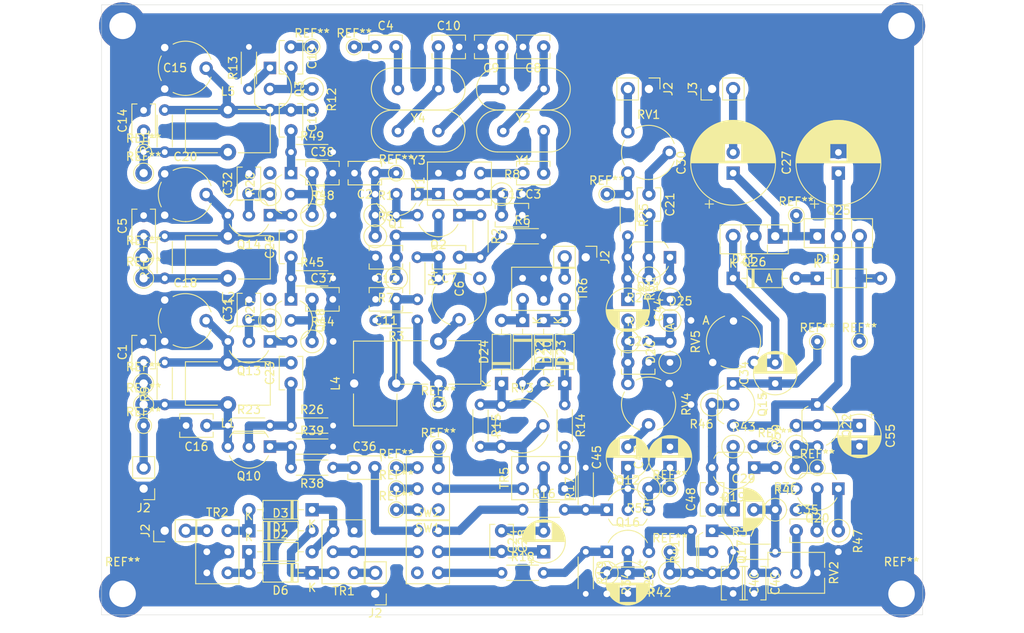
<source format=kicad_pcb>
(kicad_pcb (version 20171130) (host pcbnew 5.1.9+dfsg1-1)
  (layers (0 F.Cu signal) (31 B.Cu signal) (35 F.Paste user hide) (37 F.SilkS user hide) (39 F.Mask user hide) (44 Edge.Cuts user hide))
  (net 0 "")
  (net 1 +RX)
  (net 2 GND)
  (net 3 "Net-(C3-Pad1)")
  (net 4 "Net-(C3-Pad2)")
  (net 5 "Net-(C4-Pad2)")
  (net 6 "Net-(C7-Pad1)")
  (net 7 "Net-(C8-Pad1)")
  (net 8 "Net-(C9-Pad1)")
  (net 9 "Net-(C10-Pad1)")
  (net 10 "Net-(C12-Pad1)")
  (net 11 +TX)
  (net 12 "Net-(C21-Pad2)")
  (net 13 "Net-(C21-Pad1)")
  (net 14 "Net-(C23-Pad1)")
  (net 15 "Net-(C24-Pad1)")
  (net 16 "Net-(C24-Pad2)")
  (net 17 "Net-(C25-Pad1)")
  (net 18 "Net-(C29-Pad2)")
  (net 19 "Net-(C29-Pad1)")
  (net 20 "Net-(C30-Pad1)")
  (net 21 "Net-(C30-Pad2)")
  (net 22 "Net-(C31-Pad1)")
  (net 23 "Net-(C32-Pad1)")
  (net 24 "Net-(C34-Pad1)")
  (net 25 "Net-(C34-Pad2)")
  (net 26 "Net-(C35-Pad2)")
  (net 27 "Net-(C35-Pad1)")
  (net 28 "Net-(D1-Pad2)")
  (net 29 "Net-(D1-Pad1)")
  (net 30 "Net-(D2-Pad1)")
  (net 31 "Net-(D3-Pad2)")
  (net 32 "Net-(D19-Pad1)")
  (net 33 "Net-(D20-Pad1)")
  (net 34 "Net-(D20-Pad2)")
  (net 35 "Net-(D22-Pad1)")
  (net 36 "Net-(D23-Pad2)")
  (net 37 "Net-(J2-Pad2)")
  (net 38 "Net-(Q11-Pad1)")
  (net 39 "Net-(Q16-Pad3)")
  (net 40 "Net-(Q19-Pad1)")
  (net 41 "Net-(Q20-Pad1)")
  (net 42 "Net-(C18-Pad2)")
  (net 43 "Net-(C20-Pad2)")
  (net 44 "Net-(C22-Pad1)")
  (net 45 "Net-(C26-Pad1)")
  (net 46 "Net-(C36-Pad2)")
  (net 47 "Net-(C36-Pad1)")
  (net 48 "Net-(C37-Pad1)")
  (net 49 "Net-(C38-Pad1)")
  (net 50 "Net-(C44-Pad1)")
  (net 51 "Net-(C45-Pad2)")
  (net 52 "Net-(C45-Pad1)")
  (net 53 "Net-(C48-Pad2)")
  (net 54 "Net-(C49-Pad1)")
  (net 55 "Net-(J1-Pad1)")
  (net 56 "Net-(Q13-Pad1)")
  (net 57 "Net-(Q14-Pad1)")
  (net 58 IFGain)
  (net 59 "Net-(C13-Pad1)")
  (net 60 "Net-(Q1-Pad1)")
  (net 61 LO)
  (net 62 BFO)
  (net 63 "Net-(C27-Pad1)")
  (net 64 "Net-(C55-Pad1)")
  (net 65 "Net-(C19-Pad1)")
  (net 66 "Net-(C6-Pad2)")
  (net 67 "Net-(C6-Pad1)")
  (net 68 "Net-(C11-Pad1)")
  (net 69 "Net-(C15-Pad2)")
  (net 70 "Net-(C17-Pad2)")
  (net 71 "Net-(C19-Pad2)")
  (net 72 "Net-(D25-Pad1)")
  (net 73 "Net-(L3-Pad1)")
  (net 74 "Net-(Q1-Pad2)")
  (net 75 "Net-(Q2-Pad1)")
  (net 76 "Net-(Q3-Pad1)")
  (net 77 "Net-(Q10-Pad1)")
  (net 78 "Net-(Q12-Pad1)")
  (net 79 "Net-(Q16-Pad1)")
  (net 80 "Net-(R14-Pad2)")
  (net 81 "Net-(R15-Pad2)")
  (net 82 "Net-(R16-Pad1)")
  (net 83 "Net-(R18-Pad1)")
  (net 84 "Net-(SW1-Pad2)")
  (net 85 "Net-(SW2-Pad2)")
  (net 86 +12V)
  (module TestPoint:TestPoint_THTPad_D1.5mm_Drill0.7mm (layer F.Cu) (at 83.82 86.36)
    (fp_text reference REF** (at 0 -1.648) (layer F.SilkS))
    (fp_text value TestPoint_THTPad_D1.5mm_Drill0.7mm)
    (pad 1 thru_hole circle (at 0 0) (size 1.5 1.5) (drill 0.7) (layers *.Cu *.Mask) (net 86 +12V))
  )
  (module TestPoint:TestPoint_THTPad_D1.5mm_Drill0.7mm (layer F.Cu) (at 53.34 83.82)
    (fp_text reference REF** (at 0 -1.648) (layer F.SilkS))
    (fp_text value TestPoint_THTPad_D1.5mm_Drill0.7mm)
    (pad 1 thru_hole circle (at 0 0) (size 1.5 1.5) (drill 0.7) (layers *.Cu *.Mask) (net 86 +12V))
  )
  (module TestPoint:TestPoint_THTPad_D1.5mm_Drill0.7mm (layer F.Cu) (at 78.74 71.12)
    (fp_text reference REF** (at 0 -1.648) (layer F.SilkS))
    (fp_text value TestPoint_THTPad_D1.5mm_Drill0.7mm)
    (pad 1 thru_hole circle (at 0 0) (size 1.5 1.5) (drill 0.7) (layers *.Cu *.Mask) (net 65 "Net-(C19-Pad1)"))
  )
  (module TestPoint:TestPoint_THTPad_D1.5mm_Drill0.7mm (layer F.Cu) (at 73.66 71.12)
    (fp_text reference REF** (at 0 -1.648) (layer F.SilkS))
    (fp_text value TestPoint_THTPad_D1.5mm_Drill0.7mm)
    (pad 1 thru_hole circle (at 0 0) (size 1.5 1.5) (drill 0.7) (layers *.Cu *.Mask) (net 65 "Net-(C19-Pad1)"))
  )
  (module TestPoint:TestPoint_THTPad_D1.5mm_Drill0.7mm (layer F.Cu) (at 109.22 88.9)
    (fp_text reference REF** (at 0 -1.648) (layer F.SilkS))
    (fp_text value TestPoint_THTPad_D1.5mm_Drill0.7mm)
    (pad 1 thru_hole circle (at 0 0) (size 1.5 1.5) (drill 0.7) (layers *.Cu *.Mask) (net 11 +TX))
  )
  (module TestPoint:TestPoint_THTPad_D1.5mm_Drill0.7mm (layer F.Cu) (at 116.84 124.46)
    (fp_text reference REF** (at 0 -1.648) (layer F.SilkS))
    (fp_text value TestPoint_THTPad_D1.5mm_Drill0.7mm)
    (pad 1 thru_hole circle (at 0 0) (size 1.5 1.5) (drill 0.7) (layers *.Cu *.Mask) (net 11 +TX))
  )
  (module TestPoint:TestPoint_THTPad_D1.5mm_Drill0.7mm (layer F.Cu) (at 134.62 121.92)
    (fp_text reference REF** (at 0 -1.648) (layer F.SilkS))
    (fp_text value TestPoint_THTPad_D1.5mm_Drill0.7mm)
    (pad 1 thru_hole circle (at 0 0) (size 1.5 1.5) (drill 0.7) (layers *.Cu *.Mask) (net 1 +RX))
  )
  (module TestPoint:TestPoint_THTPad_D1.5mm_Drill0.7mm (layer F.Cu) (at 116.84 132.08)
    (fp_text reference REF** (at 0 -1.648) (layer F.SilkS))
    (fp_text value TestPoint_THTPad_D1.5mm_Drill0.7mm)
    (pad 1 thru_hole circle (at 0 0) (size 1.5 1.5) (drill 0.7) (layers *.Cu *.Mask) (net 1 +RX))
  )
  (module TestPoint:TestPoint_THTPad_D1.5mm_Drill0.7mm (layer F.Cu) (at 132.08 91.44)
    (fp_text reference REF** (at 0 -1.648) (layer F.SilkS))
    (fp_text value TestPoint_THTPad_D1.5mm_Drill0.7mm)
    (pad 1 thru_hole circle (at 0 0) (size 1.5 1.5) (drill 0.7) (layers *.Cu *.Mask) (net 20 "Net-(C30-Pad1)"))
  )
  (module TestPoint:TestPoint_THTPad_D1.5mm_Drill0.7mm (layer F.Cu) (at 129.54 119.38)
    (fp_text reference REF** (at 0 -1.648) (layer F.SilkS))
    (fp_text value TestPoint_THTPad_D1.5mm_Drill0.7mm)
    (pad 1 thru_hole circle (at 0 0) (size 1.5 1.5) (drill 0.7) (layers *.Cu *.Mask) (net 20 "Net-(C30-Pad1)"))
  )
  (module TestPoint:TestPoint_THTPad_D1.5mm_Drill0.7mm (layer F.Cu) (at 139.7 106.68)
    (fp_text reference REF** (at 0 -1.648) (layer F.SilkS))
    (fp_text value TestPoint_THTPad_D1.5mm_Drill0.7mm)
    (pad 1 thru_hole circle (at 0 0) (size 1.5 1.5) (drill 0.7) (layers *.Cu *.Mask) (net 24 "Net-(C34-Pad1)"))
  )
  (module TestPoint:TestPoint_THTPad_D1.5mm_Drill0.7mm (layer F.Cu) (at 134.62 106.68)
    (fp_text reference REF** (at 0 -1.648) (layer F.SilkS))
    (fp_text value TestPoint_THTPad_D1.5mm_Drill0.7mm)
    (pad 1 thru_hole circle (at 0 0) (size 1.5 1.5) (drill 0.7) (layers *.Cu *.Mask) (net 24 "Net-(C34-Pad1)"))
  )
  (module Connector_PinHeader_2.54mm:PinHeader_1x02_P2.54mm_Vertical (layer F.Cu) (at 106.68 96.52 270)
    (fp_text reference J2 (at 0 -2.33 90) (layer F.SilkS))
    (fp_text value "AF In")
    (pad 1 thru_hole rect (at 0 0 270) (size 1.7 1.7) (drill 1) (layers *.Cu *.Mask) (net 2 GND))
    (pad 2 thru_hole oval (at 0 2.54 270) (size 1.7 1.7) (drill 1) (layers *.Cu *.Mask) (net 62 BFO))
  )
  (module Connector_PinHeader_2.54mm:PinHeader_1x02_P2.54mm_Vertical (layer F.Cu) (at 53.34 124.46 180)
    (fp_text reference J2 (at 0 -2.33) (layer F.SilkS))
    (fp_text value "AF In")
    (pad 2 thru_hole oval (at 0 2.54 180) (size 1.7 1.7) (drill 1) (layers *.Cu *.Mask) (net 86 +12V))
    (pad 1 thru_hole rect (at 0 0 180) (size 1.7 1.7) (drill 1) (layers *.Cu *.Mask) (net 2 GND))
  )
  (module Connector_PinHeader_2.54mm:PinHeader_1x02_P2.54mm_Vertical (layer F.Cu) (at 55.88 129.54 90)
    (fp_text reference J2 (at 0 -2.33 90) (layer F.SilkS))
    (fp_text value "AF In")
    (pad 1 thru_hole rect (at 0 0 90) (size 1.7 1.7) (drill 1) (layers *.Cu *.Mask) (net 2 GND))
    (pad 2 thru_hole oval (at 0 2.54 90) (size 1.7 1.7) (drill 1) (layers *.Cu *.Mask) (net 61 LO))
  )
  (module Connector_PinHeader_2.54mm:PinHeader_1x02_P2.54mm_Vertical (layer F.Cu) (at 81.28 137.16 180)
    (fp_text reference J2 (at 0 -2.33) (layer F.SilkS))
    (fp_text value "AF In")
    (pad 2 thru_hole oval (at 0 2.54 180) (size 1.7 1.7) (drill 1) (layers *.Cu *.Mask) (net 55 "Net-(J1-Pad1)"))
    (pad 1 thru_hole rect (at 0 0 180) (size 1.7 1.7) (drill 1) (layers *.Cu *.Mask) (net 2 GND))
  )
  (module TestPoint:TestPoint_THTPad_D1.5mm_Drill0.7mm (layer F.Cu) (at 53.34 116.84)
    (fp_text reference REF** (at 0 -1.648) (layer F.SilkS))
    (fp_text value TestPoint_THTPad_D1.5mm_Drill0.7mm)
    (pad 1 thru_hole circle (at 0 0) (size 1.5 1.5) (drill 0.7) (layers *.Cu *.Mask) (net 86 +12V))
  )
  (module TestPoint:TestPoint_THTPad_D1.5mm_Drill0.7mm (layer F.Cu) (at 83.82 127)
    (fp_text reference REF** (at 0 -1.648) (layer F.SilkS))
    (fp_text value TestPoint_THTPad_D1.5mm_Drill0.7mm)
    (pad 1 thru_hole circle (at 0 0) (size 1.5 1.5) (drill 0.7) (layers *.Cu *.Mask) (net 1 +RX))
  )
  (module TestPoint:TestPoint_THTPad_D1.5mm_Drill0.7mm (layer F.Cu) (at 83.82 121.92)
    (fp_text reference REF** (at 0 -1.648) (layer F.SilkS))
    (fp_text value TestPoint_THTPad_D1.5mm_Drill0.7mm)
    (pad 1 thru_hole circle (at 0 0) (size 1.5 1.5) (drill 0.7) (layers *.Cu *.Mask) (net 11 +TX))
  )
  (module TestPoint:TestPoint_THTPad_D1.5mm_Drill0.7mm (layer F.Cu) (at 83.82 124.46)
    (fp_text reference REF** (at 0 -1.648) (layer F.SilkS))
    (fp_text value TestPoint_THTPad_D1.5mm_Drill0.7mm)
    (pad 1 thru_hole circle (at 0 0) (size 1.5 1.5) (drill 0.7) (layers *.Cu *.Mask) (net 86 +12V))
  )
  (module TestPoint:TestPoint_THTPad_D1.5mm_Drill0.7mm (layer F.Cu) (at 88.9 114.3)
    (fp_text reference REF** (at 0 -1.648) (layer F.SilkS))
    (fp_text value TestPoint_THTPad_D1.5mm_Drill0.7mm)
    (pad 1 thru_hole circle (at 0 0) (size 1.5 1.5) (drill 0.7) (layers *.Cu *.Mask) (net 73 "Net-(L3-Pad1)"))
  )
  (module TestPoint:TestPoint_THTPad_D1.5mm_Drill0.7mm (layer F.Cu) (at 88.9 119.38)
    (fp_text reference REF** (at 0 -1.648) (layer F.SilkS))
    (fp_text value TestPoint_THTPad_D1.5mm_Drill0.7mm)
    (pad 1 thru_hole circle (at 0 0) (size 1.5 1.5) (drill 0.7) (layers *.Cu *.Mask) (net 73 "Net-(L3-Pad1)"))
  )
  (module Capacitor_THT:CP_Radial_D5.0mm_P2.50mm (layer F.Cu) (at 111.76 134.62 270)
    (fp_text reference C25 (at 1.25 -2.55 90) (layer F.SilkS))
    (fp_text value 4.7u)
    (pad 2 thru_hole circle (at 2.5 0 270) (size 1.6 1.6) (drill 0.8) (layers *.Cu *.Mask) (net 2 GND))
    (pad 1 thru_hole rect (at 0 0 270) (size 1.6 1.6) (drill 0.8) (layers *.Cu *.Mask) (net 17 "Net-(C25-Pad1)"))
  )
  (module TestPoint:TestPoint_THTPad_D2.0mm_Drill1.0mm (layer F.Cu) (at 53.34 111.76)
    (fp_text reference REF** (at 0 -1.998) (layer F.SilkS))
    (fp_text value TestPoint_THTPad_D2.0mm_Drill1.0mm)
    (pad 1 thru_hole circle (at 0 0) (size 2 2) (drill 1) (layers *.Cu *.Mask) (net 86 +12V))
  )
  (module TestPoint:TestPoint_THTPad_D2.0mm_Drill1.0mm (layer F.Cu) (at 53.34 99.06)
    (fp_text reference REF** (at 0 -1.998) (layer F.SilkS))
    (fp_text value TestPoint_THTPad_D2.0mm_Drill1.0mm)
    (pad 1 thru_hole circle (at 0 0) (size 2 2) (drill 1) (layers *.Cu *.Mask) (net 86 +12V))
  )
  (module TestPoint:TestPoint_THTPad_D2.0mm_Drill1.0mm (layer F.Cu) (at 53.34 114.3)
    (fp_text reference REF** (at 0 -1.998) (layer F.SilkS))
    (fp_text value TestPoint_THTPad_D2.0mm_Drill1.0mm)
    (pad 1 thru_hole circle (at 0 0) (size 2 2) (drill 1) (layers *.Cu *.Mask) (net 86 +12V))
  )
  (module TestPoint:TestPoint_THTPad_D2.0mm_Drill1.0mm (layer F.Cu) (at 53.34 96.52)
    (fp_text reference REF** (at 0 -1.998) (layer F.SilkS))
    (fp_text value TestPoint_THTPad_D2.0mm_Drill1.0mm)
    (pad 1 thru_hole circle (at 0 0) (size 2 2) (drill 1) (layers *.Cu *.Mask) (net 86 +12V))
  )
  (module TestPoint:TestPoint_THTPad_D2.0mm_Drill1.0mm (layer F.Cu) (at 53.34 86.36)
    (fp_text reference REF** (at 0 -1.998) (layer F.SilkS))
    (fp_text value TestPoint_THTPad_D2.0mm_Drill1.0mm)
    (pad 1 thru_hole circle (at 0 0) (size 2 2) (drill 1) (layers *.Cu *.Mask) (net 86 +12V))
  )
  (module Package_TO_SOT_THT:TO-92_Inline_Wide (layer F.Cu) (at 124.46 111.76 270)
    (fp_text reference Q15 (at 2.54 -3.56 90) (layer F.SilkS))
    (fp_text value 2N3904)
    (pad 2 thru_hole circle (at 2.54 0) (size 1.5 1.5) (drill 0.8) (layers *.Cu *.Mask) (net 53 "Net-(C48-Pad2)"))
    (pad 3 thru_hole circle (at 5.08 0) (size 1.5 1.5) (drill 0.8) (layers *.Cu *.Mask) (net 63 "Net-(C27-Pad1)"))
    (pad 1 thru_hole rect (at 0 0) (size 1.5 1.5) (drill 0.8) (layers *.Cu *.Mask) (net 24 "Net-(C34-Pad1)"))
  )
  (module Resistor_THT:R_Axial_DIN0204_L3.6mm_D1.6mm_P5.08mm_Horizontal (layer F.Cu) (at 124.46 132.08)
    (fp_text reference R37 (at 1.27 -2.37) (layer F.SilkS))
    (fp_text value 2k2)
    (pad 2 thru_hole oval (at 5.08 0) (size 1.4 1.4) (drill 0.7) (layers *.Cu *.Mask) (net 18 "Net-(C29-Pad2)"))
    (pad 1 thru_hole circle (at 0 0) (size 1.4 1.4) (drill 0.7) (layers *.Cu *.Mask) (net 1 +RX))
  )
  (module MountingHole:MountingHole_3.2mm_M3_ISO7380_Pad (layer F.Cu) (at 144.78 137.16)
    (fp_text reference REF** (at 0 -3.85) (layer F.SilkS))
    (fp_text value MountingHole_3.2mm_M3_ISO7380_Pad)
    (pad 1 thru_hole circle (at 0 0) (size 5.7 5.7) (drill 3.2) (layers *.Cu *.Mask) (net 2 GND))
  )
  (module MountingHole:MountingHole_3.2mm_M3_ISO7380_Pad (layer F.Cu) (at 144.78 68.58)
    (fp_text reference REF** (at 0 -3.85) (layer F.SilkS))
    (fp_text value MountingHole_3.2mm_M3_ISO7380_Pad)
    (pad 1 thru_hole circle (at 0 0) (size 5.7 5.7) (drill 3.2) (layers *.Cu *.Mask) (net 2 GND))
  )
  (module MountingHole:MountingHole_3.2mm_M3_ISO7380_Pad (layer F.Cu) (at 50.8 68.58)
    (fp_text reference REF** (at 0 -3.85) (layer F.SilkS))
    (fp_text value MountingHole_3.2mm_M3_ISO7380_Pad)
    (pad 1 thru_hole circle (at 0 0) (size 5.7 5.7) (drill 3.2) (layers *.Cu *.Mask) (net 2 GND))
  )
  (module MountingHole:MountingHole_3.2mm_M3_ISO7380_Pad (layer F.Cu) (at 50.8 137.16)
    (fp_text reference REF** (at 0 -3.85) (layer F.SilkS))
    (fp_text value MountingHole_3.2mm_M3_ISO7380_Pad)
    (pad 1 thru_hole circle (at 0 0) (size 5.7 5.7) (drill 3.2) (layers *.Cu *.Mask) (net 2 GND))
  )
  (module Resistor_THT:R_Axial_DIN0204_L3.6mm_D1.6mm_P5.08mm_Horizontal (layer F.Cu) (at 55.88 114.3 90)
    (fp_text reference R9 (at 1.27 -2.37 90) (layer F.SilkS))
    (fp_text value 6k8)
    (pad 2 thru_hole oval (at 5.08 0 90) (size 1.4 1.4) (drill 0.7) (layers *.Cu *.Mask) (net 42 "Net-(C18-Pad2)"))
    (pad 1 thru_hole circle (at 0 0 90) (size 1.4 1.4) (drill 0.7) (layers *.Cu *.Mask) (net 86 +12V))
  )
  (module Resistor_THT:R_Axial_DIN0204_L3.6mm_D1.6mm_P5.08mm_Horizontal (layer F.Cu) (at 55.88 99.06 90)
    (fp_text reference R10 (at 1.27 -2.37 90) (layer F.SilkS))
    (fp_text value 6k8)
    (pad 2 thru_hole oval (at 5.08 0 90) (size 1.4 1.4) (drill 0.7) (layers *.Cu *.Mask) (net 43 "Net-(C20-Pad2)"))
    (pad 1 thru_hole circle (at 0 0 90) (size 1.4 1.4) (drill 0.7) (layers *.Cu *.Mask) (net 86 +12V))
  )
  (module Resistor_THT:R_Axial_DIN0204_L3.6mm_D1.6mm_P5.08mm_Horizontal (layer F.Cu) (at 55.88 83.82 90)
    (fp_text reference R11 (at 1.27 -2.37 90) (layer F.SilkS))
    (fp_text value 6k8)
    (pad 2 thru_hole oval (at 5.08 0 90) (size 1.4 1.4) (drill 0.7) (layers *.Cu *.Mask) (net 69 "Net-(C15-Pad2)"))
    (pad 1 thru_hole circle (at 0 0 90) (size 1.4 1.4) (drill 0.7) (layers *.Cu *.Mask) (net 86 +12V))
  )
  (module Potentiometer_THT:Potentiometer_Piher_PT-6-V_Vertical (layer F.Cu) (at 55.88 106.68)
    (fp_text reference C18 (at 2.5 -7.06) (layer F.SilkS))
    (fp_text value 25p)
    (pad 1 thru_hole circle (at 0 0) (size 1.62 1.62) (drill 0.9) (layers *.Cu *.Mask) (net 2 GND))
    (pad 2 thru_hole circle (at 5 -2.5) (size 1.62 1.62) (drill 0.9) (layers *.Cu *.Mask) (net 42 "Net-(C18-Pad2)"))
    (pad 3 thru_hole circle (at 0 -5) (size 1.62 1.62) (drill 0.9) (layers *.Cu *.Mask) (net 2 GND))
  )
  (module Potentiometer_THT:Potentiometer_Piher_PT-6-V_Vertical (layer F.Cu) (at 88.9 99.06 270)
    (fp_text reference C6 (at 1.25 -2.55 90) (layer F.SilkS))
    (fp_text value 0)
    (pad 1 thru_hole circle (at 0 0 270) (size 1.62 1.62) (drill 0.9) (layers *.Cu *.Mask) (net 67 "Net-(C6-Pad1)"))
    (pad 2 thru_hole circle (at 5 -2.5 270) (size 1.62 1.62) (drill 0.9) (layers *.Cu *.Mask) (net 66 "Net-(C6-Pad2)"))
    (pad 3 thru_hole circle (at 0 -5 270) (size 1.62 1.62) (drill 0.9) (layers *.Cu *.Mask))
  )
  (module Potentiometer_THT:Potentiometer_Piher_PT-6-V_Vertical (layer F.Cu) (at 55.88 76.2)
    (fp_text reference C15 (at 1.25 -2.55) (layer F.SilkS))
    (fp_text value 25p)
    (pad 1 thru_hole circle (at 0 0) (size 1.62 1.62) (drill 0.9) (layers *.Cu *.Mask) (net 2 GND))
    (pad 2 thru_hole circle (at 5 -2.5) (size 1.62 1.62) (drill 0.9) (layers *.Cu *.Mask) (net 69 "Net-(C15-Pad2)"))
    (pad 3 thru_hole circle (at 0 -5) (size 1.62 1.62) (drill 0.9) (layers *.Cu *.Mask) (net 2 GND))
  )
  (module Potentiometer_THT:Potentiometer_Piher_PT-6-V_Vertical (layer F.Cu) (at 111.76 86.36)
    (fp_text reference RV1 (at 2.5 -7.06) (layer F.SilkS))
    (fp_text value 10K)
    (pad 1 thru_hole circle (at 0 0) (size 1.62 1.62) (drill 0.9) (layers *.Cu *.Mask) (net 11 +TX))
    (pad 2 thru_hole circle (at 5 -2.5) (size 1.62 1.62) (drill 0.9) (layers *.Cu *.Mask) (net 13 "Net-(C21-Pad1)"))
    (pad 3 thru_hole circle (at 0 -5) (size 1.62 1.62) (drill 0.9) (layers *.Cu *.Mask) (net 37 "Net-(J2-Pad2)"))
  )
  (module Potentiometer_THT:Potentiometer_Piher_PT-6-V_Vertical (layer F.Cu) (at 55.88 91.44)
    (fp_text reference C20 (at 2.5 -7.06) (layer F.SilkS))
    (fp_text value 25p)
    (pad 1 thru_hole circle (at 0 0) (size 1.62 1.62) (drill 0.9) (layers *.Cu *.Mask) (net 2 GND))
    (pad 2 thru_hole circle (at 5 -2.5) (size 1.62 1.62) (drill 0.9) (layers *.Cu *.Mask) (net 43 "Net-(C20-Pad2)"))
    (pad 3 thru_hole circle (at 0 -5) (size 1.62 1.62) (drill 0.9) (layers *.Cu *.Mask) (net 2 GND))
  )
  (module Potentiometer_THT:Potentiometer_Piher_PT-6-V_Vertical (layer F.Cu) (at 111.76 111.76 270)
    (fp_text reference RV4 (at 2.5 -7.06 90) (layer F.SilkS))
    (fp_text value 10k)
    (pad 1 thru_hole circle (at 0 0 270) (size 1.62 1.62) (drill 0.9) (layers *.Cu *.Mask) (net 44 "Net-(C22-Pad1)"))
    (pad 2 thru_hole circle (at 5 -2.5 270) (size 1.62 1.62) (drill 0.9) (layers *.Cu *.Mask) (net 51 "Net-(C45-Pad2)"))
    (pad 3 thru_hole circle (at 0 -5 270) (size 1.62 1.62) (drill 0.9) (layers *.Cu *.Mask) (net 2 GND))
  )
  (module Potentiometer_THT:Potentiometer_Piher_PT-6-V_Vertical (layer F.Cu) (at 127 109.22 90)
    (fp_text reference RV5 (at 2.5 -7.06 90) (layer F.SilkS))
    (fp_text value 5k)
    (pad 1 thru_hole circle (at 0 0 90) (size 1.62 1.62) (drill 0.9) (layers *.Cu *.Mask) (net 25 "Net-(C34-Pad2)"))
    (pad 2 thru_hole circle (at 5 -2.5 90) (size 1.62 1.62) (drill 0.9) (layers *.Cu *.Mask) (net 2 GND))
    (pad 3 thru_hole circle (at 0 -5 90) (size 1.62 1.62) (drill 0.9) (layers *.Cu *.Mask) (net 2 GND))
  )
  (module Potentiometer_THT:Potentiometer_Piher_PT-6-V_Vertical (layer F.Cu) (at 96.52 119.38)
    (fp_text reference RV3 (at 2.5 -7.06) (layer F.SilkS))
    (fp_text value 100R)
    (pad 1 thru_hole circle (at 0 0) (size 1.62 1.62) (drill 0.9) (layers *.Cu *.Mask) (net 81 "Net-(R15-Pad2)"))
    (pad 2 thru_hole circle (at 5 -2.5) (size 1.62 1.62) (drill 0.9) (layers *.Cu *.Mask) (net 81 "Net-(R15-Pad2)"))
    (pad 3 thru_hole circle (at 0 -5) (size 1.62 1.62) (drill 0.9) (layers *.Cu *.Mask) (net 36 "Net-(D23-Pad2)"))
  )
  (module Button_Switch_THT:SW_NKK_G1xJP (layer F.Cu) (at 86.36 129.54)
    (fp_text reference SW2 (at 1.27 -2.2) (layer F.SilkS))
    (fp_text value SW_DPDT_x2)
    (pad 6 thru_hole circle (at 2.54 0) (size 1.524 1.524) (drill 0.8128) (layers *.Cu *.Mask) (net 82 "Net-(R16-Pad1)"))
    (pad 5 thru_hole circle (at 2.54 2.54) (size 1.524 1.524) (drill 0.8128) (layers *.Cu *.Mask) (net 15 "Net-(C24-Pad1)"))
    (pad 4 thru_hole circle (at 2.54 5.08) (size 1.524 1.524) (drill 0.8128) (layers *.Cu *.Mask) (net 83 "Net-(R18-Pad1)"))
    (pad 3 thru_hole circle (at 0 5.08) (size 1.524 1.524) (drill 0.8128) (layers *.Cu *.Mask) (net 73 "Net-(L3-Pad1)"))
    (pad 2 thru_hole circle (at 0 2.54) (size 1.524 1.524) (drill 0.8128) (layers *.Cu *.Mask) (net 84 "Net-(SW1-Pad2)"))
    (pad 1 thru_hole circle (at 0 0) (size 1.524 1.524) (drill 0.8128) (layers *.Cu *.Mask) (net 46 "Net-(C36-Pad2)"))
  )
  (module Button_Switch_THT:SW_NKK_G1xJP (layer F.Cu) (at 88.9 127 180)
    (fp_text reference SW1 (at 1.27 -2.2) (layer F.SilkS))
    (fp_text value SW_DPDT_x2)
    (pad 6 thru_hole circle (at 2.54 0 180) (size 1.524 1.524) (drill 0.8128) (layers *.Cu *.Mask) (net 1 +RX))
    (pad 5 thru_hole circle (at 2.54 2.54 180) (size 1.524 1.524) (drill 0.8128) (layers *.Cu *.Mask) (net 86 +12V))
    (pad 4 thru_hole circle (at 2.54 5.08 180) (size 1.524 1.524) (drill 0.8128) (layers *.Cu *.Mask) (net 11 +TX))
    (pad 3 thru_hole circle (at 0 5.08 180) (size 1.524 1.524) (drill 0.8128) (layers *.Cu *.Mask) (net 73 "Net-(L3-Pad1)"))
    (pad 2 thru_hole circle (at 0 2.54 180) (size 1.524 1.524) (drill 0.8128) (layers *.Cu *.Mask) (net 85 "Net-(SW2-Pad2)"))
    (pad 1 thru_hole circle (at 0 0 180) (size 1.524 1.524) (drill 0.8128) (layers *.Cu *.Mask) (net 46 "Net-(C36-Pad2)"))
  )
  (module Button_Switch_THT:SW_NKK_G1xJP (layer F.Cu) (at 88.9 88.9 90)
    (fp_text reference T1 (at 1.27 -2.2 90) (layer F.SilkS))
    (fp_text value Transformer_1P_1S)
    (pad 6 thru_hole circle (at 2.54 0 90) (size 1.524 1.524) (drill 0.8128) (layers *.Cu *.Mask) (net 2 GND))
    (pad 5 thru_hole circle (at 2.54 2.54 90) (size 1.524 1.524) (drill 0.8128) (layers *.Cu *.Mask) (net 2 GND))
    (pad 4 thru_hole circle (at 2.54 5.08 90) (size 1.524 1.524) (drill 0.8128) (layers *.Cu *.Mask) (net 4 "Net-(C3-Pad2)"))
    (pad 3 thru_hole circle (at 0 5.08 90) (size 1.524 1.524) (drill 0.8128) (layers *.Cu *.Mask) (net 59 "Net-(C13-Pad1)"))
    (pad 2 thru_hole circle (at 0 2.54 90) (size 1.524 1.524) (drill 0.8128) (layers *.Cu *.Mask) (net 59 "Net-(C13-Pad1)"))
    (pad 1 thru_hole rect (at 0 0 90) (size 1.524 1.524) (drill 0.8128) (layers *.Cu *.Mask) (net 60 "Net-(Q1-Pad1)"))
  )
  (module Resistor_THT:R_Axial_DIN0204_L3.6mm_D1.6mm_P5.08mm_Horizontal (layer F.Cu) (at 106.68 132.08 270)
    (fp_text reference R19 (at 2.54 -1.92 90) (layer F.SilkS))
    (fp_text value 390?)
    (pad 2 thru_hole oval (at 5.08 0 270) (size 1.4 1.4) (drill 0.7) (layers *.Cu *.Mask) (net 2 GND))
    (pad 1 thru_hole circle (at 0 0 270) (size 1.4 1.4) (drill 0.7) (layers *.Cu *.Mask) (net 79 "Net-(Q16-Pad1)"))
  )
  (module Resistor_THT:R_Axial_DIN0204_L3.6mm_D1.6mm_P5.08mm_Horizontal (layer F.Cu) (at 96.52 134.62)
    (fp_text reference R18 (at 2.54 -1.92) (layer F.SilkS))
    (fp_text value 0)
    (pad 2 thru_hole oval (at 5.08 0) (size 1.4 1.4) (drill 0.7) (layers *.Cu *.Mask) (net 79 "Net-(Q16-Pad1)"))
    (pad 1 thru_hole circle (at 0 0) (size 1.4 1.4) (drill 0.7) (layers *.Cu *.Mask) (net 83 "Net-(R18-Pad1)"))
  )
  (module Resistor_THT:R_Axial_DIN0204_L3.6mm_D1.6mm_P5.08mm_Horizontal (layer F.Cu) (at 106.68 127 90)
    (fp_text reference R17 (at 2.54 -1.92 90) (layer F.SilkS))
    (fp_text value 390?)
    (pad 2 thru_hole oval (at 5.08 0 90) (size 1.4 1.4) (drill 0.7) (layers *.Cu *.Mask) (net 2 GND))
    (pad 1 thru_hole circle (at 0 0 90) (size 1.4 1.4) (drill 0.7) (layers *.Cu *.Mask) (net 78 "Net-(Q12-Pad1)"))
  )
  (module Resistor_THT:R_Axial_DIN0204_L3.6mm_D1.6mm_P5.08mm_Horizontal (layer F.Cu) (at 99.06 127)
    (fp_text reference R16 (at 2.54 -1.92) (layer F.SilkS))
    (fp_text value 47)
    (pad 2 thru_hole oval (at 5.08 0) (size 1.4 1.4) (drill 0.7) (layers *.Cu *.Mask) (net 78 "Net-(Q12-Pad1)"))
    (pad 1 thru_hole circle (at 0 0) (size 1.4 1.4) (drill 0.7) (layers *.Cu *.Mask) (net 82 "Net-(R16-Pad1)"))
  )
  (module Resistor_THT:R_Axial_DIN0204_L3.6mm_D1.6mm_P5.08mm_Horizontal (layer F.Cu) (at 93.98 114.3 270)
    (fp_text reference R15 (at 2.54 -1.92 90) (layer F.SilkS))
    (fp_text value 15R)
    (pad 2 thru_hole oval (at 5.08 0 270) (size 1.4 1.4) (drill 0.7) (layers *.Cu *.Mask) (net 81 "Net-(R15-Pad2)"))
    (pad 1 thru_hole circle (at 0 0 270) (size 1.4 1.4) (drill 0.7) (layers *.Cu *.Mask) (net 36 "Net-(D23-Pad2)"))
  )
  (module Resistor_THT:R_Axial_DIN0204_L3.6mm_D1.6mm_P5.08mm_Horizontal (layer F.Cu) (at 104.14 114.3 270)
    (fp_text reference R14 (at 2.54 -1.92 90) (layer F.SilkS))
    (fp_text value 10R)
    (pad 2 thru_hole oval (at 5.08 0 270) (size 1.4 1.4) (drill 0.7) (layers *.Cu *.Mask) (net 80 "Net-(R14-Pad2)"))
    (pad 1 thru_hole circle (at 0 0 270) (size 1.4 1.4) (drill 0.7) (layers *.Cu *.Mask) (net 33 "Net-(D20-Pad1)"))
  )
  (module Resistor_THT:R_Axial_DIN0204_L3.6mm_D1.6mm_P5.08mm_Horizontal (layer F.Cu) (at 66.04 76.2 90)
    (fp_text reference R13 (at 2.54 -1.92 90) (layer F.SilkS))
    (fp_text value 0)
    (pad 2 thru_hole oval (at 5.08 0 90) (size 1.4 1.4) (drill 0.7) (layers *.Cu *.Mask) (net 2 GND))
    (pad 1 thru_hole circle (at 0 0 90) (size 1.4 1.4) (drill 0.7) (layers *.Cu *.Mask) (net 76 "Net-(Q3-Pad1)"))
  )
  (module Resistor_THT:R_Axial_DIN0207_L6.3mm_D2.5mm_P2.54mm_Vertical (layer F.Cu) (at 73.66 76.2 270)
    (fp_text reference R12 (at 1.27 -2.37 90) (layer F.SilkS))
    (fp_text value 0)
    (pad 2 thru_hole oval (at 2.54 0 270) (size 1.6 1.6) (drill 0.8) (layers *.Cu *.Mask) (net 69 "Net-(C15-Pad2)"))
    (pad 1 thru_hole circle (at 0 0 270) (size 1.6 1.6) (drill 0.8) (layers *.Cu *.Mask) (net 71 "Net-(C19-Pad2)"))
  )
  (module Resistor_THT:R_Axial_DIN0207_L6.3mm_D2.5mm_P2.54mm_Vertical (layer F.Cu) (at 96.52 88.9)
    (fp_text reference R8 (at 1.27 -2.37) (layer F.SilkS))
    (fp_text value R)
    (pad 2 thru_hole oval (at 2.54 0) (size 1.6 1.6) (drill 0.8) (layers *.Cu *.Mask) (net 2 GND))
    (pad 1 thru_hole circle (at 0 0) (size 1.6 1.6) (drill 0.8) (layers *.Cu *.Mask) (net 59 "Net-(C13-Pad1)"))
  )
  (module Resistor_THT:R_Axial_DIN0207_L6.3mm_D2.5mm_P2.54mm_Vertical (layer F.Cu) (at 83.82 99.06 180)
    (fp_text reference R7 (at 1.27 -2.37) (layer F.SilkS))
    (fp_text value R)
    (pad 2 thru_hole oval (at 2.54 0 180) (size 1.6 1.6) (drill 0.8) (layers *.Cu *.Mask) (net 2 GND))
    (pad 1 thru_hole circle (at 0 0 180) (size 1.6 1.6) (drill 0.8) (layers *.Cu *.Mask) (net 10 "Net-(C12-Pad1)"))
  )
  (module Resistor_THT:R_Axial_DIN0204_L3.6mm_D1.6mm_P5.08mm_Horizontal (layer F.Cu) (at 96.52 93.98)
    (fp_text reference R6 (at 2.54 -1.92) (layer F.SilkS))
    (fp_text value R)
    (pad 2 thru_hole oval (at 5.08 0) (size 1.4 1.4) (drill 0.7) (layers *.Cu *.Mask) (net 2 GND))
    (pad 1 thru_hole circle (at 0 0) (size 1.4 1.4) (drill 0.7) (layers *.Cu *.Mask) (net 6 "Net-(C7-Pad1)"))
  )
  (module Resistor_THT:R_Axial_DIN0207_L6.3mm_D2.5mm_P2.54mm_Vertical (layer F.Cu) (at 81.28 93.98)
    (fp_text reference R5 (at 1.27 -2.37) (layer F.SilkS))
    (fp_text value R)
    (pad 2 thru_hole oval (at 2.54 0) (size 1.6 1.6) (drill 0.8) (layers *.Cu *.Mask) (net 10 "Net-(C12-Pad1)"))
    (pad 1 thru_hole circle (at 0 0) (size 1.6 1.6) (drill 0.8) (layers *.Cu *.Mask) (net 86 +12V))
  )
  (module Resistor_THT:R_Axial_DIN0204_L3.6mm_D1.6mm_P5.08mm_Horizontal (layer F.Cu) (at 86.36 96.52 270)
    (fp_text reference R4 (at 2.54 -1.92 90) (layer F.SilkS))
    (fp_text value 50)
    (pad 2 thru_hole oval (at 5.08 0 270) (size 1.4 1.4) (drill 0.7) (layers *.Cu *.Mask) (net 68 "Net-(C11-Pad1)"))
    (pad 1 thru_hole circle (at 0 0 270) (size 1.4 1.4) (drill 0.7) (layers *.Cu *.Mask) (net 67 "Net-(C6-Pad1)"))
  )
  (module Resistor_THT:R_Axial_DIN0204_L3.6mm_D1.6mm_P5.08mm_Horizontal (layer F.Cu) (at 86.36 104.14 180)
    (fp_text reference R3 (at 2.54 -1.92) (layer F.SilkS))
    (fp_text value 50)
    (pad 2 thru_hole oval (at 5.08 0 180) (size 1.4 1.4) (drill 0.7) (layers *.Cu *.Mask) (net 68 "Net-(C11-Pad1)"))
    (pad 1 thru_hole circle (at 0 0 180) (size 1.4 1.4) (drill 0.7) (layers *.Cu *.Mask) (net 73 "Net-(L3-Pad1)"))
  )
  (module Resistor_THT:R_Axial_DIN0204_L3.6mm_D1.6mm_P5.08mm_Horizontal (layer F.Cu) (at 93.98 91.44 270)
    (fp_text reference R2 (at 2.54 -1.92 90) (layer F.SilkS))
    (fp_text value 0)
    (pad 2 thru_hole oval (at 5.08 0 270) (size 1.4 1.4) (drill 0.7) (layers *.Cu *.Mask) (net 6 "Net-(C7-Pad1)"))
    (pad 1 thru_hole circle (at 0 0 270) (size 1.4 1.4) (drill 0.7) (layers *.Cu *.Mask) (net 75 "Net-(Q2-Pad1)"))
  )
  (module Resistor_THT:R_Axial_DIN0207_L6.3mm_D2.5mm_P2.54mm_Vertical (layer F.Cu) (at 81.28 91.44)
    (fp_text reference R1 (at 1.27 -2.37) (layer F.SilkS))
    (fp_text value R)
    (pad 2 thru_hole oval (at 2.54 0) (size 1.6 1.6) (drill 0.8) (layers *.Cu *.Mask) (net 74 "Net-(Q1-Pad2)"))
    (pad 1 thru_hole circle (at 0 0) (size 1.6 1.6) (drill 0.8) (layers *.Cu *.Mask) (net 86 +12V))
  )
  (module Package_TO_SOT_THT:TO-92_Inline_Wide (layer F.Cu) (at 68.58 73.66 270)
    (fp_text reference Q3 (at 2.54 -3.56 90) (layer F.SilkS))
    (fp_text value 2N3904)
    (pad 1 thru_hole rect (at 0 0 270) (size 1.5 1.5) (drill 0.8) (layers *.Cu *.Mask) (net 76 "Net-(Q3-Pad1)"))
    (pad 3 thru_hole circle (at 5.08 0 270) (size 1.5 1.5) (drill 0.8) (layers *.Cu *.Mask) (net 69 "Net-(C15-Pad2)"))
    (pad 2 thru_hole circle (at 2.54 0 270) (size 1.5 1.5) (drill 0.8) (layers *.Cu *.Mask) (net 71 "Net-(C19-Pad2)"))
  )
  (module Package_TO_SOT_THT:TO-92_Inline_Wide (layer F.Cu) (at 91.44 91.44 180)
    (fp_text reference Q2 (at 2.54 -3.56) (layer F.SilkS))
    (fp_text value 2N3904)
    (pad 1 thru_hole rect (at 0 0 180) (size 1.5 1.5) (drill 0.8) (layers *.Cu *.Mask) (net 75 "Net-(Q2-Pad1)"))
    (pad 3 thru_hole circle (at 5.08 0 180) (size 1.5 1.5) (drill 0.8) (layers *.Cu *.Mask) (net 74 "Net-(Q1-Pad2)"))
    (pad 2 thru_hole circle (at 2.54 0 180) (size 1.5 1.5) (drill 0.8) (layers *.Cu *.Mask) (net 10 "Net-(C12-Pad1)"))
  )
  (module Package_TO_SOT_THT:TO-92_Inline_Wide (layer F.Cu) (at 86.36 88.9 180)
    (fp_text reference Q1 (at 2.54 -3.56) (layer F.SilkS))
    (fp_text value 2N3904)
    (pad 1 thru_hole rect (at 0 0 180) (size 1.5 1.5) (drill 0.8) (layers *.Cu *.Mask) (net 60 "Net-(Q1-Pad1)"))
    (pad 3 thru_hole circle (at 5.08 0 180) (size 1.5 1.5) (drill 0.8) (layers *.Cu *.Mask) (net 86 +12V))
    (pad 2 thru_hole circle (at 2.54 0 180) (size 1.5 1.5) (drill 0.8) (layers *.Cu *.Mask) (net 74 "Net-(Q1-Pad2)"))
  )
  (module Inductor_THT:L_Toroid_Vertical_L10.0mm_W5.0mm_P5.08mm (layer F.Cu) (at 63.5 78.74)
    (fp_text reference L5 (at 0 -2.25) (layer F.SilkS))
    (fp_text value 12.6uH)
    (pad 2 thru_hole circle (at 0 5.08) (size 2 2) (drill 1) (layers *.Cu *.Mask) (net 86 +12V))
    (pad 1 thru_hole circle (at 0 0) (size 2 2) (drill 1) (layers *.Cu *.Mask) (net 69 "Net-(C15-Pad2)"))
  )
  (module Inductor_THT:L_Toroid_Vertical_L10.0mm_W5.0mm_P5.08mm (layer F.Cu) (at 78.74 111.76 90)
    (fp_text reference L4 (at 0 -2.25 90) (layer F.SilkS))
    (fp_text value 0)
    (pad 2 thru_hole circle (at 0 5.08 90) (size 2 2) (drill 1) (layers *.Cu *.Mask) (net 68 "Net-(C11-Pad1)"))
    (pad 1 thru_hole circle (at 0 0 90) (size 2 2) (drill 1) (layers *.Cu *.Mask) (net 2 GND))
  )
  (module Inductor_THT:L_Toroid_Vertical_L10.0mm_W5.0mm_P5.08mm (layer F.Cu) (at 88.9 111.76 180)
    (fp_text reference L3 (at 0 -2.25) (layer F.SilkS))
    (fp_text value 0)
    (pad 2 thru_hole circle (at 0 5.08 180) (size 2 2) (drill 1) (layers *.Cu *.Mask) (net 66 "Net-(C6-Pad2)"))
    (pad 1 thru_hole circle (at 0 0 180) (size 2 2) (drill 1) (layers *.Cu *.Mask) (net 73 "Net-(L3-Pad1)"))
  )
  (module Capacitor_THT:C_Disc_D3.8mm_W2.6mm_P2.50mm (layer F.Cu) (at 96.52 129.54 270)
    (fp_text reference C28 (at 1.25 -2.55 90) (layer F.SilkS))
    (fp_text value 100n)
    (pad 2 thru_hole circle (at 2.5 0 270) (size 1.6 1.6) (drill 0.8) (layers *.Cu *.Mask) (net 15 "Net-(C24-Pad1)"))
    (pad 1 thru_hole circle (at 0 0 270) (size 1.6 1.6) (drill 0.8) (layers *.Cu *.Mask) (net 16 "Net-(C24-Pad2)"))
  )
  (module Capacitor_THT:C_Disc_D3.8mm_W2.6mm_P2.50mm (layer F.Cu) (at 111.76 109.22)
    (fp_text reference C22 (at 1.25 -2.55) (layer F.SilkS))
    (fp_text value 47n)
    (pad 2 thru_hole circle (at 2.5 0) (size 1.6 1.6) (drill 0.8) (layers *.Cu *.Mask) (net 2 GND))
    (pad 1 thru_hole circle (at 0 0) (size 1.6 1.6) (drill 0.8) (layers *.Cu *.Mask) (net 44 "Net-(C22-Pad1)"))
  )
  (module Capacitor_THT:C_Disc_D3.8mm_W2.6mm_P2.50mm (layer F.Cu) (at 71.12 71.12 270)
    (fp_text reference C19 (at 1.25 -2.55 90) (layer F.SilkS))
    (fp_text value 100n)
    (pad 2 thru_hole circle (at 2.5 0 270) (size 1.6 1.6) (drill 0.8) (layers *.Cu *.Mask) (net 71 "Net-(C19-Pad2)"))
    (pad 1 thru_hole circle (at 0 0 270) (size 1.6 1.6) (drill 0.8) (layers *.Cu *.Mask) (net 65 "Net-(C19-Pad1)"))
  )
  (module Capacitor_THT:C_Disc_D3.8mm_W2.6mm_P2.50mm (layer F.Cu) (at 71.12 78.74 270)
    (fp_text reference C17 (at 1.25 -2.55 90) (layer F.SilkS))
    (fp_text value 5p6)
    (pad 2 thru_hole circle (at 2.5 0 270) (size 1.6 1.6) (drill 0.8) (layers *.Cu *.Mask) (net 70 "Net-(C17-Pad2)"))
    (pad 1 thru_hole circle (at 0 0 270) (size 1.6 1.6) (drill 0.8) (layers *.Cu *.Mask) (net 69 "Net-(C15-Pad2)"))
  )
  (module Capacitor_THT:C_Disc_D3.8mm_W2.6mm_P2.50mm (layer F.Cu) (at 53.34 81.28 90)
    (fp_text reference C14 (at 1.25 -2.55 90) (layer F.SilkS))
    (fp_text value 100n)
    (pad 2 thru_hole circle (at 2.5 0 90) (size 1.6 1.6) (drill 0.8) (layers *.Cu *.Mask) (net 2 GND))
    (pad 1 thru_hole circle (at 0 0 90) (size 1.6 1.6) (drill 0.8) (layers *.Cu *.Mask) (net 86 +12V))
  )
  (module Capacitor_THT:C_Disc_D3.8mm_W2.6mm_P2.50mm (layer F.Cu) (at 96.52 91.44)
    (fp_text reference C13 (at 1.25 -2.55) (layer F.SilkS))
    (fp_text value 100n)
    (pad 2 thru_hole circle (at 2.5 0) (size 1.6 1.6) (drill 0.8) (layers *.Cu *.Mask) (net 2 GND))
    (pad 1 thru_hole circle (at 0 0) (size 1.6 1.6) (drill 0.8) (layers *.Cu *.Mask) (net 59 "Net-(C13-Pad1)"))
  )
  (module Capacitor_THT:C_Disc_D3.8mm_W2.6mm_P2.50mm (layer F.Cu) (at 83.82 96.52 180)
    (fp_text reference C12 (at 1.25 -2.55) (layer F.SilkS))
    (fp_text value 100n)
    (pad 2 thru_hole circle (at 2.5 0 180) (size 1.6 1.6) (drill 0.8) (layers *.Cu *.Mask) (net 2 GND))
    (pad 1 thru_hole circle (at 0 0 180) (size 1.6 1.6) (drill 0.8) (layers *.Cu *.Mask) (net 10 "Net-(C12-Pad1)"))
  )
  (module Capacitor_THT:C_Disc_D3.8mm_W2.6mm_P2.50mm (layer F.Cu) (at 83.82 101.6 180)
    (fp_text reference C11 (at 1.25 -2.55) (layer F.SilkS))
    (fp_text value 0)
    (pad 2 thru_hole circle (at 2.5 0 180) (size 1.6 1.6) (drill 0.8) (layers *.Cu *.Mask) (net 2 GND))
    (pad 1 thru_hole circle (at 0 0 180) (size 1.6 1.6) (drill 0.8) (layers *.Cu *.Mask) (net 68 "Net-(C11-Pad1)"))
  )
  (module Capacitor_THT:C_Disc_D3.8mm_W2.6mm_P2.50mm (layer F.Cu) (at 91.44 96.52 180)
    (fp_text reference C7 (at 1.25 -2.55) (layer F.SilkS))
    (fp_text value 100n)
    (pad 2 thru_hole circle (at 2.5 0 180) (size 1.6 1.6) (drill 0.8) (layers *.Cu *.Mask) (net 67 "Net-(C6-Pad1)"))
    (pad 1 thru_hole circle (at 0 0 180) (size 1.6 1.6) (drill 0.8) (layers *.Cu *.Mask) (net 6 "Net-(C7-Pad1)"))
  )
  (module Capacitor_THT:C_Disc_D3.8mm_W2.6mm_P2.50mm (layer F.Cu) (at 81.28 86.36 180)
    (fp_text reference C2 (at 1.25 -2.55) (layer F.SilkS))
    (fp_text value 100n)
    (pad 2 thru_hole circle (at 2.5 0 180) (size 1.6 1.6) (drill 0.8) (layers *.Cu *.Mask) (net 2 GND))
    (pad 1 thru_hole circle (at 0 0 180) (size 1.6 1.6) (drill 0.8) (layers *.Cu *.Mask) (net 86 +12V))
  )
  (module Resistor_THT:R_Axial_DIN0207_L6.3mm_D2.5mm_P2.54mm_Vertical (layer F.Cu) (at 132.08 119.38 90)
    (fp_text reference R59 (at 1.27 -2.37 90) (layer F.SilkS))
    (fp_text value R)
    (pad 2 thru_hole oval (at 2.54 0 90) (size 1.6 1.6) (drill 0.8) (layers *.Cu *.Mask) (net 64 "Net-(C55-Pad1)"))
    (pad 1 thru_hole circle (at 0 0 90) (size 1.6 1.6) (drill 0.8) (layers *.Cu *.Mask) (net 1 +RX))
  )
  (module Package_TO_SOT_THT:TO-92_Inline_Wide (layer F.Cu) (at 134.62 114.3 270)
    (fp_text reference Q22 (at 2.54 -3.56 90) (layer F.SilkS))
    (fp_text value 2N3904)
    (pad 1 thru_hole rect (at 0 0 270) (size 1.5 1.5) (drill 0.8) (layers *.Cu *.Mask) (net 63 "Net-(C27-Pad1)"))
    (pad 3 thru_hole circle (at 5.08 0 270) (size 1.5 1.5) (drill 0.8) (layers *.Cu *.Mask) (net 1 +RX))
    (pad 2 thru_hole circle (at 2.54 0 270) (size 1.5 1.5) (drill 0.8) (layers *.Cu *.Mask) (net 64 "Net-(C55-Pad1)"))
  )
  (module Capacitor_THT:CP_Radial_D5.0mm_P2.50mm (layer F.Cu) (at 139.7 116.84 270)
    (fp_text reference C55 (at 1.25 -3.75 90) (layer F.SilkS))
    (fp_text value CP)
    (pad 2 thru_hole circle (at 2.5 0 270) (size 1.6 1.6) (drill 0.8) (layers *.Cu *.Mask) (net 2 GND))
    (pad 1 thru_hole rect (at 0 0 270) (size 1.6 1.6) (drill 0.8) (layers *.Cu *.Mask) (net 64 "Net-(C55-Pad1)"))
  )
  (module Button_Switch_THT:SW_NKK_G1xJP (layer F.Cu) (at 60.96 129.54)
    (fp_text reference TR2 (at 1.27 -2.2) (layer F.SilkS))
    (fp_text value "3x3 43-binocular")
    (pad 1 thru_hole circle (at 0 0) (size 1.524 1.524) (drill 0.8128) (layers *.Cu *.Mask) (net 61 LO))
    (pad 2 thru_hole circle (at 0 2.54) (size 1.524 1.524) (drill 0.8128) (layers *.Cu *.Mask) (net 2 GND))
    (pad 3 thru_hole circle (at 0 5.08) (size 1.524 1.524) (drill 0.8128) (layers *.Cu *.Mask) (net 2 GND))
    (pad 4 thru_hole circle (at 2.54 5.08) (size 1.524 1.524) (drill 0.8128) (layers *.Cu *.Mask) (net 30 "Net-(D2-Pad1)"))
    (pad 5 thru_hole circle (at 2.54 2.54) (size 1.524 1.524) (drill 0.8128) (layers *.Cu *.Mask) (net 2 GND))
    (pad 6 thru_hole circle (at 2.54 0) (size 1.524 1.524) (drill 0.8128) (layers *.Cu *.Mask) (net 28 "Net-(D1-Pad2)"))
  )
  (module Capacitor_THT:C_Disc_D3.8mm_W2.6mm_P2.50mm (layer F.Cu) (at 66.04 104.14 90)
    (fp_text reference C31 (at 1.25 -2.55 90) (layer F.SilkS))
    (fp_text value 100n)
    (pad 2 thru_hole circle (at 2.5 0 90) (size 1.6 1.6) (drill 0.8) (layers *.Cu *.Mask) (net 2 GND))
    (pad 1 thru_hole circle (at 0 0 90) (size 1.6 1.6) (drill 0.8) (layers *.Cu *.Mask) (net 22 "Net-(C31-Pad1)"))
  )
  (module Diode_THT:D_DO-35_SOD27_P7.62mm_Horizontal (layer F.Cu) (at 124.46 99.06)
    (fp_text reference D21 (at 1.27 -2.326371) (layer F.SilkS))
    (fp_text value 1N4148)
    (fp_text user A (at 4.34 0) (layer F.SilkS))
    (fp_text user K (at 0 -1.8) (layer F.SilkS))
    (pad 2 thru_hole oval (at 7.62 0) (size 1.6 1.6) (drill 0.8) (layers *.Cu *.Mask) (net 32 "Net-(D19-Pad1)"))
    (pad 1 thru_hole rect (at 0 0) (size 1.6 1.6) (drill 0.8) (layers *.Cu *.Mask) (net 25 "Net-(C34-Pad2)"))
  )
  (module Diode_THT:D_DO-35_SOD27_P7.62mm_Horizontal (layer F.Cu) (at 134.62 99.06)
    (fp_text reference D19 (at 1.27 -2.326371) (layer F.SilkS))
    (fp_text value 1N4148)
    (fp_text user K (at 0 -1.8) (layer F.SilkS))
    (pad 2 thru_hole oval (at 7.62 0) (size 1.6 1.6) (drill 0.8) (layers *.Cu *.Mask) (net 24 "Net-(C34-Pad1)"))
    (pad 1 thru_hole rect (at 0 0) (size 1.6 1.6) (drill 0.8) (layers *.Cu *.Mask) (net 32 "Net-(D19-Pad1)"))
  )
  (module Package_TO_SOT_THT:TO-92_Inline_Wide (layer F.Cu) (at 137.16 124.46 180)
    (fp_text reference Q20 (at 2.54 -3.56) (layer F.SilkS))
    (fp_text value 2N3904)
    (pad 1 thru_hole rect (at 0 0 270) (size 1.5 1.5) (drill 0.8) (layers *.Cu *.Mask) (net 41 "Net-(Q20-Pad1)"))
    (pad 3 thru_hole circle (at 5.08 0 270) (size 1.5 1.5) (drill 0.8) (layers *.Cu *.Mask) (net 18 "Net-(C29-Pad2)"))
    (pad 2 thru_hole circle (at 2.54 0 270) (size 1.5 1.5) (drill 0.8) (layers *.Cu *.Mask) (net 26 "Net-(C35-Pad2)"))
  )
  (module Capacitor_THT:CP_Radial_D10.0mm_P2.50mm (layer F.Cu) (at 137.16 86.36 90)
    (fp_text reference C27 (at 1.25 -6.25 90) (layer F.SilkS))
    (fp_text value 470u)
    (pad 2 thru_hole circle (at 2.5 0 90) (size 1.6 1.6) (drill 0.8) (layers *.Cu *.Mask) (net 2 GND))
    (pad 1 thru_hole rect (at 0 0 90) (size 1.6 1.6) (drill 0.8) (layers *.Cu *.Mask) (net 63 "Net-(C27-Pad1)"))
  )
  (module Capacitor_THT:CP_Radial_D10.0mm_P2.50mm (layer F.Cu) (at 124.46 86.36 90)
    (fp_text reference C30 (at 1.25 -6.25 90) (layer F.SilkS))
    (fp_text value 220u)
    (pad 1 thru_hole rect (at 0 0 90) (size 1.6 1.6) (drill 0.8) (layers *.Cu *.Mask) (net 20 "Net-(C30-Pad1)"))
    (pad 2 thru_hole circle (at 2.5 0 90) (size 1.6 1.6) (drill 0.8) (layers *.Cu *.Mask) (net 21 "Net-(C30-Pad2)"))
  )
  (module Connector_PinHeader_2.54mm:PinHeader_1x02_P2.54mm_Vertical (layer F.Cu) (at 121.92 76.2 90)
    (fp_text reference J3 (at 0 -2.33 90) (layer F.SilkS))
    (fp_text value "AF Out")
    (pad 1 thru_hole rect (at 0 0 90) (size 1.7 1.7) (drill 1) (layers *.Cu *.Mask) (net 2 GND))
    (pad 2 thru_hole oval (at 0 2.54 90) (size 1.7 1.7) (drill 1) (layers *.Cu *.Mask) (net 21 "Net-(C30-Pad2)"))
  )
  (module Capacitor_THT:C_Disc_D3.8mm_W2.6mm_P2.50mm (layer F.Cu) (at 53.34 93.98 90)
    (fp_text reference C5 (at 1.25 -2.55 90) (layer F.SilkS))
    (fp_text value 100n)
    (pad 2 thru_hole circle (at 2.5 0 90) (size 1.6 1.6) (drill 0.8) (layers *.Cu *.Mask) (net 2 GND))
    (pad 1 thru_hole circle (at 0 0 90) (size 1.6 1.6) (drill 0.8) (layers *.Cu *.Mask) (net 86 +12V))
  )
  (module Capacitor_THT:C_Disc_D3.8mm_W2.6mm_P2.50mm (layer F.Cu) (at 53.34 109.22 90)
    (fp_text reference C1 (at 1.25 -2.55 90) (layer F.SilkS))
    (fp_text value 100n)
    (pad 2 thru_hole circle (at 2.5 0 90) (size 1.6 1.6) (drill 0.8) (layers *.Cu *.Mask) (net 2 GND))
    (pad 1 thru_hole circle (at 0 0 90) (size 1.6 1.6) (drill 0.8) (layers *.Cu *.Mask) (net 86 +12V))
  )
  (module Package_TO_SOT_THT:TO-92_Inline_Wide (layer F.Cu) (at 71.12 86.36 270)
    (fp_text reference Q21 (at 2.54 -3.56 90) (layer F.SilkS))
    (fp_text value BF245A)
    (pad 1 thru_hole rect (at 0 0 270) (size 1.5 1.5) (drill 0.8) (layers *.Cu *.Mask) (net 70 "Net-(C17-Pad2)"))
    (pad 3 thru_hole circle (at 5.08 0 270) (size 1.5 1.5) (drill 0.8) (layers *.Cu *.Mask) (net 57 "Net-(Q14-Pad1)"))
    (pad 2 thru_hole circle (at 2.54 0 270) (size 1.5 1.5) (drill 0.8) (layers *.Cu *.Mask) (net 49 "Net-(C38-Pad1)"))
  )
  (module Package_TO_SOT_THT:TO-92_Inline_Wide (layer F.Cu) (at 71.12 101.6 270)
    (fp_text reference Q18 (at 2.54 -3.56 90) (layer F.SilkS))
    (fp_text value BF245A)
    (pad 1 thru_hole rect (at 0 0 270) (size 1.5 1.5) (drill 0.8) (layers *.Cu *.Mask) (net 45 "Net-(C26-Pad1)"))
    (pad 3 thru_hole circle (at 5.08 0 270) (size 1.5 1.5) (drill 0.8) (layers *.Cu *.Mask) (net 56 "Net-(Q13-Pad1)"))
    (pad 2 thru_hole circle (at 2.54 0 270) (size 1.5 1.5) (drill 0.8) (layers *.Cu *.Mask) (net 48 "Net-(C37-Pad1)"))
  )
  (module Package_TO_SOT_THT:TO-92_Inline_Wide (layer F.Cu) (at 68.58 91.44 180)
    (fp_text reference Q14 (at 2.54 -3.56) (layer F.SilkS))
    (fp_text value 2N3904)
    (pad 1 thru_hole rect (at 0 0 180) (size 1.5 1.5) (drill 0.8) (layers *.Cu *.Mask) (net 57 "Net-(Q14-Pad1)"))
    (pad 3 thru_hole circle (at 5.08 0 180) (size 1.5 1.5) (drill 0.8) (layers *.Cu *.Mask) (net 43 "Net-(C20-Pad2)"))
    (pad 2 thru_hole circle (at 2.54 0 180) (size 1.5 1.5) (drill 0.8) (layers *.Cu *.Mask) (net 23 "Net-(C32-Pad1)"))
  )
  (module Package_TO_SOT_THT:TO-92_Inline_Wide (layer F.Cu) (at 68.58 106.68 180)
    (fp_text reference Q13 (at 2.54 -3.56) (layer F.SilkS))
    (fp_text value 2N3904)
    (pad 1 thru_hole rect (at 0 0 180) (size 1.5 1.5) (drill 0.8) (layers *.Cu *.Mask) (net 56 "Net-(Q13-Pad1)"))
    (pad 3 thru_hole circle (at 5.08 0 180) (size 1.5 1.5) (drill 0.8) (layers *.Cu *.Mask) (net 42 "Net-(C18-Pad2)"))
    (pad 2 thru_hole circle (at 2.54 0 180) (size 1.5 1.5) (drill 0.8) (layers *.Cu *.Mask) (net 22 "Net-(C31-Pad1)"))
  )
  (module Resistor_THT:R_Axial_DIN0207_L6.3mm_D2.5mm_P2.54mm_Vertical (layer F.Cu) (at 111.76 106.68)
    (fp_text reference R56 (at 1.27 -2.37) (layer F.SilkS))
    (fp_text value 220)
    (pad 2 thru_hole oval (at 2.54 0) (size 1.6 1.6) (drill 0.8) (layers *.Cu *.Mask) (net 72 "Net-(D25-Pad1)"))
    (pad 1 thru_hole circle (at 0 0) (size 1.6 1.6) (drill 0.8) (layers *.Cu *.Mask) (net 44 "Net-(C22-Pad1)"))
  )
  (module Resistor_THT:R_Axial_DIN0207_L6.3mm_D2.5mm_P2.54mm_Vertical (layer F.Cu) (at 114.3 124.46 180)
    (fp_text reference R55 (at 1.27 -2.37) (layer F.SilkS))
    (fp_text value 100k)
    (pad 2 thru_hole oval (at 2.54 0 180) (size 1.6 1.6) (drill 0.8) (layers *.Cu *.Mask) (net 52 "Net-(C45-Pad1)"))
    (pad 1 thru_hole circle (at 0 0 180) (size 1.6 1.6) (drill 0.8) (layers *.Cu *.Mask) (net 11 +TX))
  )
  (module Resistor_THT:R_Axial_DIN0204_L3.6mm_D1.6mm_P5.08mm_Horizontal (layer F.Cu) (at 71.12 83.82)
    (fp_text reference R49 (at 2.54 -1.92) (layer F.SilkS))
    (fp_text value 1M)
    (pad 2 thru_hole oval (at 5.08 0) (size 1.4 1.4) (drill 0.7) (layers *.Cu *.Mask) (net 2 GND))
    (pad 1 thru_hole circle (at 0 0) (size 1.4 1.4) (drill 0.7) (layers *.Cu *.Mask) (net 70 "Net-(C17-Pad2)"))
  )
  (module Resistor_THT:R_Axial_DIN0207_L6.3mm_D2.5mm_P2.54mm_Vertical (layer F.Cu) (at 73.66 91.44)
    (fp_text reference R48 (at 1.27 -2.37) (layer F.SilkS))
    (fp_text value 330)
    (pad 2 thru_hole oval (at 2.54 0) (size 1.6 1.6) (drill 0.8) (layers *.Cu *.Mask) (net 2 GND))
    (pad 1 thru_hole circle (at 0 0) (size 1.6 1.6) (drill 0.8) (layers *.Cu *.Mask) (net 49 "Net-(C38-Pad1)"))
  )
  (module Resistor_THT:R_Axial_DIN0204_L3.6mm_D1.6mm_P5.08mm_Horizontal (layer F.Cu) (at 71.12 99.06)
    (fp_text reference R45 (at 2.54 -1.92) (layer F.SilkS))
    (fp_text value 1M)
    (pad 2 thru_hole oval (at 5.08 0) (size 1.4 1.4) (drill 0.7) (layers *.Cu *.Mask) (net 2 GND))
    (pad 1 thru_hole circle (at 0 0) (size 1.4 1.4) (drill 0.7) (layers *.Cu *.Mask) (net 45 "Net-(C26-Pad1)"))
  )
  (module Resistor_THT:R_Axial_DIN0207_L6.3mm_D2.5mm_P2.54mm_Vertical (layer F.Cu) (at 73.66 106.68)
    (fp_text reference R44 (at 1.27 -2.37) (layer F.SilkS))
    (fp_text value 330)
    (pad 2 thru_hole oval (at 2.54 0) (size 1.6 1.6) (drill 0.8) (layers *.Cu *.Mask) (net 2 GND))
    (pad 1 thru_hole circle (at 0 0) (size 1.6 1.6) (drill 0.8) (layers *.Cu *.Mask) (net 48 "Net-(C37-Pad1)"))
  )
  (module Resistor_THT:R_Axial_DIN0204_L3.6mm_D1.6mm_P5.08mm_Horizontal (layer F.Cu) (at 71.12 119.38)
    (fp_text reference R39 (at 2.54 -1.92) (layer F.SilkS))
    (fp_text value 390)
    (pad 2 thru_hole oval (at 5.08 0) (size 1.4 1.4) (drill 0.7) (layers *.Cu *.Mask) (net 2 GND))
    (pad 1 thru_hole circle (at 0 0) (size 1.4 1.4) (drill 0.7) (layers *.Cu *.Mask) (net 77 "Net-(Q10-Pad1)"))
  )
  (module Resistor_THT:R_Axial_DIN0204_L3.6mm_D1.6mm_P5.08mm_Horizontal (layer F.Cu) (at 76.2 121.92 180)
    (fp_text reference R38 (at 2.54 -1.92) (layer F.SilkS))
    (fp_text value 47)
    (pad 2 thru_hole oval (at 5.08 0 180) (size 1.4 1.4) (drill 0.7) (layers *.Cu *.Mask) (net 77 "Net-(Q10-Pad1)"))
    (pad 1 thru_hole circle (at 0 0 180) (size 1.4 1.4) (drill 0.7) (layers *.Cu *.Mask) (net 47 "Net-(C36-Pad1)"))
  )
  (module Resistor_THT:R_Axial_DIN0207_L6.3mm_D2.5mm_P2.54mm_Vertical (layer F.Cu) (at 68.58 88.9 90)
    (fp_text reference R28 (at 1.27 -2.37 90) (layer F.SilkS))
    (fp_text value 10k)
    (pad 2 thru_hole oval (at 2.54 0 90) (size 1.6 1.6) (drill 0.8) (layers *.Cu *.Mask) (net 58 IFGain))
    (pad 1 thru_hole circle (at 0 0 90) (size 1.6 1.6) (drill 0.8) (layers *.Cu *.Mask) (net 23 "Net-(C32-Pad1)"))
  )
  (module Resistor_THT:R_Axial_DIN0207_L6.3mm_D2.5mm_P2.54mm_Vertical (layer F.Cu) (at 68.58 104.14 90)
    (fp_text reference R27 (at 1.27 -2.37 90) (layer F.SilkS))
    (fp_text value 10k)
    (pad 2 thru_hole oval (at 2.54 0 90) (size 1.6 1.6) (drill 0.8) (layers *.Cu *.Mask) (net 58 IFGain))
    (pad 1 thru_hole circle (at 0 0 90) (size 1.6 1.6) (drill 0.8) (layers *.Cu *.Mask) (net 22 "Net-(C31-Pad1)"))
  )
  (module Resistor_THT:R_Axial_DIN0204_L3.6mm_D1.6mm_P5.08mm_Horizontal (layer F.Cu) (at 71.12 116.84)
    (fp_text reference R26 (at 2.54 -1.92) (layer F.SilkS))
    (fp_text value N/A)
    (pad 2 thru_hole oval (at 5.08 0) (size 1.4 1.4) (drill 0.7) (layers *.Cu *.Mask) (net 2 GND))
    (pad 1 thru_hole circle (at 0 0) (size 1.4 1.4) (drill 0.7) (layers *.Cu *.Mask) (net 14 "Net-(C23-Pad1)"))
  )
  (module Resistor_THT:R_Axial_DIN0204_L3.6mm_D1.6mm_P5.08mm_Horizontal (layer F.Cu) (at 63.5 116.84)
    (fp_text reference R23 (at 2.54 -1.92) (layer F.SilkS))
    (fp_text value 100K)
    (pad 2 thru_hole oval (at 5.08 0) (size 1.4 1.4) (drill 0.7) (layers *.Cu *.Mask) (net 14 "Net-(C23-Pad1)"))
    (pad 1 thru_hole circle (at 0 0) (size 1.4 1.4) (drill 0.7) (layers *.Cu *.Mask) (net 86 +12V))
  )
  (module Package_TO_SOT_THT:TO-126-3_Vertical (layer F.Cu) (at 129.54 93.98 180)
    (fp_text reference Q26 (at 2.54 -3.12) (layer F.SilkS))
    (fp_text value BD140)
    (pad 3 thru_hole oval (at 5.08 0 180) (size 1.8 1.8) (drill 1) (layers *.Cu *.Mask) (net 25 "Net-(C34-Pad2)"))
    (pad 2 thru_hole oval (at 2.54 0 180) (size 1.8 1.8) (drill 1) (layers *.Cu *.Mask) (net 2 GND))
    (pad 1 thru_hole rect (at 0 0 180) (size 1.8 1.8) (drill 1) (layers *.Cu *.Mask) (net 20 "Net-(C30-Pad1)"))
  )
  (module Package_TO_SOT_THT:TO-126-3_Vertical (layer F.Cu) (at 134.62 93.98)
    (fp_text reference Q25 (at 2.54 -3.12) (layer F.SilkS))
    (fp_text value BD139)
    (pad 3 thru_hole oval (at 5.08 0) (size 1.8 1.8) (drill 1) (layers *.Cu *.Mask) (net 24 "Net-(C34-Pad1)"))
    (pad 2 thru_hole oval (at 2.54 0) (size 1.8 1.8) (drill 1) (layers *.Cu *.Mask) (net 63 "Net-(C27-Pad1)"))
    (pad 1 thru_hole rect (at 0 0) (size 1.8 1.8) (drill 1) (layers *.Cu *.Mask) (net 20 "Net-(C30-Pad1)"))
  )
  (module Package_TO_SOT_THT:TO-92_Inline_Wide (layer F.Cu) (at 68.58 119.38 180)
    (fp_text reference Q10 (at 2.54 -3.56) (layer F.SilkS))
    (fp_text value 2N3904)
    (pad 1 thru_hole rect (at 0 0 180) (size 1.5 1.5) (drill 0.8) (layers *.Cu *.Mask) (net 77 "Net-(Q10-Pad1)"))
    (pad 3 thru_hole circle (at 5.08 0 180) (size 1.5 1.5) (drill 0.8) (layers *.Cu *.Mask) (net 86 +12V))
    (pad 2 thru_hole circle (at 2.54 0 180) (size 1.5 1.5) (drill 0.8) (layers *.Cu *.Mask) (net 14 "Net-(C23-Pad1)"))
  )
  (module Inductor_THT:L_Toroid_Vertical_L10.0mm_W5.0mm_P5.08mm (layer F.Cu) (at 63.5 99.06 180)
    (fp_text reference L2 (at 0 -2.25) (layer F.SilkS))
    (fp_text value 12.6uH)
    (pad 2 thru_hole circle (at 0 5.08 180) (size 2 2) (drill 1) (layers *.Cu *.Mask) (net 43 "Net-(C20-Pad2)"))
    (pad 1 thru_hole circle (at 0 0 180) (size 2 2) (drill 1) (layers *.Cu *.Mask) (net 86 +12V))
  )
  (module Inductor_THT:L_Toroid_Vertical_L10.0mm_W5.0mm_P5.08mm (layer F.Cu) (at 63.5 114.3 180)
    (fp_text reference L1 (at 0 -2.25) (layer F.SilkS))
    (fp_text value 12.6uH)
    (pad 2 thru_hole circle (at 0 5.08 180) (size 2 2) (drill 1) (layers *.Cu *.Mask) (net 42 "Net-(C18-Pad2)"))
    (pad 1 thru_hole circle (at 0 0 180) (size 2 2) (drill 1) (layers *.Cu *.Mask) (net 86 +12V))
  )
  (module Diode_THT:D_DO-35_SOD27_P2.54mm_Vertical_AnodeUp (layer F.Cu) (at 116.84 109.22 90)
    (fp_text reference D26 (at 1.27 -2.326371 90) (layer F.SilkS))
    (fp_text value BAT41)
    (fp_text user A (at 4.34 0 90) (layer F.SilkS))
    (pad 2 thru_hole oval (at 2.54 0 90) (size 1.6 1.6) (drill 0.8) (layers *.Cu *.Mask) (net 72 "Net-(D25-Pad1)"))
    (pad 1 thru_hole rect (at 0 0 90) (size 1.6 1.6) (drill 0.8) (layers *.Cu *.Mask) (net 2 GND))
  )
  (module Diode_THT:D_DO-35_SOD27_P2.54mm_Vertical_AnodeUp (layer F.Cu) (at 116.84 104.14)
    (fp_text reference D25 (at 1.27 -2.326371) (layer F.SilkS))
    (fp_text value BAT41)
    (fp_text user A (at 4.34 0) (layer F.SilkS))
    (pad 2 thru_hole oval (at 2.54 0) (size 1.6 1.6) (drill 0.8) (layers *.Cu *.Mask) (net 2 GND))
    (pad 1 thru_hole rect (at 0 0) (size 1.6 1.6) (drill 0.8) (layers *.Cu *.Mask) (net 72 "Net-(D25-Pad1)"))
  )
  (module Capacitor_THT:C_Disc_D3.8mm_W2.6mm_P2.50mm (layer F.Cu) (at 127 134.62 270)
    (fp_text reference C49 (at 1.25 -2.55 90) (layer F.SilkS))
    (fp_text value 680n)
    (pad 2 thru_hole circle (at 2.5 0 270) (size 1.6 1.6) (drill 0.8) (layers *.Cu *.Mask) (net 2 GND))
    (pad 1 thru_hole circle (at 0 0 270) (size 1.6 1.6) (drill 0.8) (layers *.Cu *.Mask) (net 54 "Net-(C49-Pad1)"))
  )
  (module Capacitor_THT:C_Disc_D3.8mm_W2.6mm_P2.50mm (layer F.Cu) (at 121.92 127 90)
    (fp_text reference C48 (at 1.25 -2.55 90) (layer F.SilkS))
    (fp_text value 820p)
    (pad 2 thru_hole circle (at 2.5 0 90) (size 1.6 1.6) (drill 0.8) (layers *.Cu *.Mask) (net 53 "Net-(C48-Pad2)"))
    (pad 1 thru_hole circle (at 0 0 90) (size 1.6 1.6) (drill 0.8) (layers *.Cu *.Mask) (net 19 "Net-(C29-Pad1)"))
  )
  (module Capacitor_THT:CP_Radial_D5.0mm_P2.50mm (layer F.Cu) (at 111.76 121.92 90)
    (fp_text reference C45 (at 1.25 -3.75 90) (layer F.SilkS))
    (fp_text value 2.2u)
    (pad 2 thru_hole circle (at 2.5 0 90) (size 1.6 1.6) (drill 0.8) (layers *.Cu *.Mask) (net 51 "Net-(C45-Pad2)"))
    (pad 1 thru_hole rect (at 0 0 90) (size 1.6 1.6) (drill 0.8) (layers *.Cu *.Mask) (net 52 "Net-(C45-Pad1)"))
  )
  (module Capacitor_THT:CP_Radial_D5.0mm_P2.50mm (layer F.Cu) (at 111.76 101.6 270)
    (fp_text reference C44 (at 1.25 -3.75 90) (layer F.SilkS))
    (fp_text value 4.7u)
    (pad 2 thru_hole circle (at 2.5 0 270) (size 1.6 1.6) (drill 0.8) (layers *.Cu *.Mask) (net 44 "Net-(C22-Pad1)"))
    (pad 1 thru_hole rect (at 0 0 270) (size 1.6 1.6) (drill 0.8) (layers *.Cu *.Mask) (net 50 "Net-(C44-Pad1)"))
  )
  (module Capacitor_THT:CP_Radial_D5.0mm_P2.50mm (layer F.Cu) (at 116.84 121.92 90)
    (fp_text reference C43 (at 1.25 -3.75 90) (layer F.SilkS))
    (fp_text value 4.7u)
    (pad 2 thru_hole circle (at 2.5 0 90) (size 1.6 1.6) (drill 0.8) (layers *.Cu *.Mask) (net 2 GND))
    (pad 1 thru_hole rect (at 0 0 90) (size 1.6 1.6) (drill 0.8) (layers *.Cu *.Mask) (net 11 +TX))
  )
  (module Capacitor_THT:C_Disc_D3.8mm_W2.6mm_P2.50mm (layer F.Cu) (at 73.66 86.36)
    (fp_text reference C38 (at 1.25 -2.55) (layer F.SilkS))
    (fp_text value 100n)
    (pad 2 thru_hole circle (at 2.5 0) (size 1.6 1.6) (drill 0.8) (layers *.Cu *.Mask) (net 2 GND))
    (pad 1 thru_hole circle (at 0 0) (size 1.6 1.6) (drill 0.8) (layers *.Cu *.Mask) (net 49 "Net-(C38-Pad1)"))
  )
  (module Capacitor_THT:C_Disc_D3.8mm_W2.6mm_P2.50mm (layer F.Cu) (at 73.66 101.6)
    (fp_text reference C37 (at 1.25 -2.55) (layer F.SilkS))
    (fp_text value 100n)
    (pad 2 thru_hole circle (at 2.5 0) (size 1.6 1.6) (drill 0.8) (layers *.Cu *.Mask) (net 2 GND))
    (pad 1 thru_hole circle (at 0 0) (size 1.6 1.6) (drill 0.8) (layers *.Cu *.Mask) (net 48 "Net-(C37-Pad1)"))
  )
  (module Capacitor_THT:C_Disc_D3.8mm_W2.6mm_P2.50mm (layer F.Cu) (at 78.74 121.92)
    (fp_text reference C36 (at 1.25 -2.55) (layer F.SilkS))
    (fp_text value 100n)
    (pad 2 thru_hole circle (at 2.5 0) (size 1.6 1.6) (drill 0.8) (layers *.Cu *.Mask) (net 46 "Net-(C36-Pad2)"))
    (pad 1 thru_hole circle (at 0 0) (size 1.6 1.6) (drill 0.8) (layers *.Cu *.Mask) (net 47 "Net-(C36-Pad1)"))
  )
  (module Capacitor_THT:C_Disc_D3.8mm_W2.6mm_P2.50mm (layer F.Cu) (at 66.04 88.9 90)
    (fp_text reference C32 (at 1.25 -2.55 90) (layer F.SilkS))
    (fp_text value 100n)
    (pad 2 thru_hole circle (at 2.5 0 90) (size 1.6 1.6) (drill 0.8) (layers *.Cu *.Mask) (net 2 GND))
    (pad 1 thru_hole circle (at 0 0 90) (size 1.6 1.6) (drill 0.8) (layers *.Cu *.Mask) (net 23 "Net-(C32-Pad1)"))
  )
  (module Capacitor_THT:C_Disc_D3.8mm_W2.6mm_P2.50mm (layer F.Cu) (at 71.12 96.52 90)
    (fp_text reference C26 (at 1.25 -2.55 90) (layer F.SilkS))
    (fp_text value 5p6)
    (pad 2 thru_hole circle (at 2.5 0 90) (size 1.6 1.6) (drill 0.8) (layers *.Cu *.Mask) (net 43 "Net-(C20-Pad2)"))
    (pad 1 thru_hole circle (at 0 0 90) (size 1.6 1.6) (drill 0.8) (layers *.Cu *.Mask) (net 45 "Net-(C26-Pad1)"))
  )
  (module Capacitor_THT:C_Disc_D3.8mm_W2.6mm_P2.50mm (layer F.Cu) (at 71.12 111.76 90)
    (fp_text reference C23 (at 1.25 -2.55 90) (layer F.SilkS))
    (fp_text value 5p6)
    (pad 2 thru_hole circle (at 2.5 0 90) (size 1.6 1.6) (drill 0.8) (layers *.Cu *.Mask) (net 42 "Net-(C18-Pad2)"))
    (pad 1 thru_hole circle (at 0 0 90) (size 1.6 1.6) (drill 0.8) (layers *.Cu *.Mask) (net 14 "Net-(C23-Pad1)"))
  )
  (module Capacitor_THT:C_Disc_D3.8mm_W2.6mm_P2.50mm (layer F.Cu) (at 60.96 116.84 180)
    (fp_text reference C16 (at 1.25 -2.55) (layer F.SilkS))
    (fp_text value 100n)
    (pad 2 thru_hole circle (at 2.5 0 180) (size 1.6 1.6) (drill 0.8) (layers *.Cu *.Mask) (net 2 GND))
    (pad 1 thru_hole circle (at 0 0 180) (size 1.6 1.6) (drill 0.8) (layers *.Cu *.Mask) (net 86 +12V))
  )
  (module Diode_THT:D_DO-35_SOD27_P7.62mm_Horizontal (layer F.Cu) (at 96.52 111.76 90)
    (fp_text reference D24 (at 3.81 -2.12 90) (layer F.SilkS))
    (fp_text value BAT41)
    (fp_text user K (at 0 -1.8 90) (layer F.SilkS))
    (pad 1 thru_hole rect (at 0 0 90) (size 1.6 1.6) (drill 0.8) (layers *.Cu *.Mask) (net 36 "Net-(D23-Pad2)"))
    (pad 2 thru_hole oval (at 7.62 0 90) (size 1.6 1.6) (drill 0.8) (layers *.Cu *.Mask) (net 35 "Net-(D22-Pad1)"))
  )
  (module Diode_THT:D_DO-35_SOD27_P7.62mm_Horizontal (layer F.Cu) (at 101.6 104.14 270)
    (fp_text reference D23 (at 3.81 -2.12 90) (layer F.SilkS))
    (fp_text value BAT41)
    (fp_text user K (at 0 -1.8 90) (layer F.SilkS))
    (pad 2 thru_hole oval (at 7.62 0 270) (size 1.6 1.6) (drill 0.8) (layers *.Cu *.Mask) (net 36 "Net-(D23-Pad2)"))
    (pad 1 thru_hole rect (at 0 0 270) (size 1.6 1.6) (drill 0.8) (layers *.Cu *.Mask) (net 34 "Net-(D20-Pad2)"))
  )
  (module Diode_THT:D_DO-35_SOD27_P7.62mm_Horizontal (layer F.Cu) (at 99.06 104.14 270)
    (fp_text reference D22 (at 3.81 -2.12 90) (layer F.SilkS))
    (fp_text value BAT41)
    (fp_text user K (at 0 -1.8 90) (layer F.SilkS))
    (pad 1 thru_hole rect (at 0 0 270) (size 1.6 1.6) (drill 0.8) (layers *.Cu *.Mask) (net 35 "Net-(D22-Pad1)"))
    (pad 2 thru_hole oval (at 7.62 0 270) (size 1.6 1.6) (drill 0.8) (layers *.Cu *.Mask) (net 33 "Net-(D20-Pad1)"))
  )
  (module Diode_THT:D_DO-35_SOD27_P7.62mm_Horizontal (layer F.Cu) (at 104.14 111.76 90)
    (fp_text reference D20 (at 3.81 -2.12 90) (layer F.SilkS))
    (fp_text value BAT41)
    (fp_text user K (at 0 -1.8 90) (layer F.SilkS))
    (pad 2 thru_hole oval (at 7.62 0 90) (size 1.6 1.6) (drill 0.8) (layers *.Cu *.Mask) (net 34 "Net-(D20-Pad2)"))
    (pad 1 thru_hole rect (at 0 0 90) (size 1.6 1.6) (drill 0.8) (layers *.Cu *.Mask) (net 33 "Net-(D20-Pad1)"))
  )
  (module Diode_THT:D_DO-35_SOD27_P7.62mm_Horizontal (layer F.Cu) (at 73.66 134.62 180)
    (fp_text reference D6 (at 3.81 -2.12) (layer F.SilkS))
    (fp_text value BAT41)
    (fp_text user K (at 0 -1.8) (layer F.SilkS))
    (pad 2 thru_hole oval (at 7.62 0 180) (size 1.6 1.6) (drill 0.8) (layers *.Cu *.Mask) (net 30 "Net-(D2-Pad1)"))
    (pad 1 thru_hole rect (at 0 0 180) (size 1.6 1.6) (drill 0.8) (layers *.Cu *.Mask) (net 31 "Net-(D3-Pad2)"))
  )
  (module Diode_THT:D_DO-35_SOD27_P7.62mm_Horizontal (layer F.Cu) (at 66.04 129.54)
    (fp_text reference D3 (at 3.81 -2.12) (layer F.SilkS))
    (fp_text value BAT41)
    (fp_text user K (at 0 -1.8) (layer F.SilkS))
    (pad 1 thru_hole rect (at 0 0) (size 1.6 1.6) (drill 0.8) (layers *.Cu *.Mask) (net 28 "Net-(D1-Pad2)"))
    (pad 2 thru_hole oval (at 7.62 0) (size 1.6 1.6) (drill 0.8) (layers *.Cu *.Mask) (net 31 "Net-(D3-Pad2)"))
  )
  (module Diode_THT:D_DO-35_SOD27_P7.62mm_Horizontal (layer F.Cu) (at 66.04 132.08)
    (fp_text reference D2 (at 3.81 -2.12) (layer F.SilkS))
    (fp_text value BAT41)
    (fp_text user K (at 0 -1.8) (layer F.SilkS))
    (pad 2 thru_hole oval (at 7.62 0) (size 1.6 1.6) (drill 0.8) (layers *.Cu *.Mask) (net 29 "Net-(D1-Pad1)"))
    (pad 1 thru_hole rect (at 0 0) (size 1.6 1.6) (drill 0.8) (layers *.Cu *.Mask) (net 30 "Net-(D2-Pad1)"))
  )
  (module Diode_THT:D_DO-35_SOD27_P7.62mm_Horizontal (layer F.Cu) (at 73.66 127 180)
    (fp_text reference D1 (at 3.81 -2.12) (layer F.SilkS))
    (fp_text value BAT41)
    (fp_text user K (at 0 -1.8) (layer F.SilkS))
    (pad 1 thru_hole rect (at 0 0 180) (size 1.6 1.6) (drill 0.8) (layers *.Cu *.Mask) (net 29 "Net-(D1-Pad1)"))
    (pad 2 thru_hole oval (at 7.62 0 180) (size 1.6 1.6) (drill 0.8) (layers *.Cu *.Mask) (net 28 "Net-(D1-Pad2)"))
  )
  (module Capacitor_THT:C_Disc_D3.8mm_W2.6mm_P2.50mm (layer F.Cu) (at 101.6 86.36 180)
    (fp_text reference C3 (at 1.25 -2.55) (layer F.SilkS))
    (fp_text value "82pF  (68-82pF)")
    (pad 1 thru_hole circle (at 0 0 180) (size 1.6 1.6) (drill 0.8) (layers *.Cu *.Mask) (net 3 "Net-(C3-Pad1)"))
    (pad 2 thru_hole circle (at 2.5 0 180) (size 1.6 1.6) (drill 0.8) (layers *.Cu *.Mask) (net 4 "Net-(C3-Pad2)"))
  )
  (module Capacitor_THT:C_Disc_D3.8mm_W2.6mm_P2.50mm (layer F.Cu) (at 81.28 71.12)
    (fp_text reference C4 (at 1.25 -2.55) (layer F.SilkS))
    (fp_text value 68-82pF)
    (pad 1 thru_hole circle (at 0 0) (size 1.6 1.6) (drill 0.8) (layers *.Cu *.Mask) (net 65 "Net-(C19-Pad1)"))
    (pad 2 thru_hole circle (at 2.5 0) (size 1.6 1.6) (drill 0.8) (layers *.Cu *.Mask) (net 5 "Net-(C4-Pad2)"))
  )
  (module Capacitor_THT:C_Disc_D3.8mm_W2.6mm_P2.50mm (layer F.Cu) (at 101.6 71.12 180)
    (fp_text reference C8 (at 1.25 -2.55) (layer F.SilkS))
    (fp_text value "100pF (82-120pF)")
    (pad 1 thru_hole circle (at 0 0 180) (size 1.6 1.6) (drill 0.8) (layers *.Cu *.Mask) (net 7 "Net-(C8-Pad1)"))
    (pad 2 thru_hole circle (at 2.5 0 180) (size 1.6 1.6) (drill 0.8) (layers *.Cu *.Mask) (net 2 GND))
  )
  (module Capacitor_THT:C_Disc_D3.8mm_W2.6mm_P2.50mm (layer F.Cu) (at 96.52 71.12 180)
    (fp_text reference C9 (at 1.25 -2.55) (layer F.SilkS))
    (fp_text value "12opF (100-150pF)")
    (pad 1 thru_hole circle (at 0 0 180) (size 1.6 1.6) (drill 0.8) (layers *.Cu *.Mask) (net 8 "Net-(C9-Pad1)"))
    (pad 2 thru_hole circle (at 2.5 0 180) (size 1.6 1.6) (drill 0.8) (layers *.Cu *.Mask) (net 2 GND))
  )
  (module Capacitor_THT:C_Disc_D3.8mm_W2.6mm_P2.50mm (layer F.Cu) (at 88.9 71.12)
    (fp_text reference C10 (at 1.25 -2.55) (layer F.SilkS))
    (fp_text value "100pF (82-120pF)")
    (pad 2 thru_hole circle (at 2.5 0) (size 1.6 1.6) (drill 0.8) (layers *.Cu *.Mask) (net 2 GND))
    (pad 1 thru_hole circle (at 0 0) (size 1.6 1.6) (drill 0.8) (layers *.Cu *.Mask) (net 9 "Net-(C10-Pad1)"))
  )
  (module Capacitor_THT:C_Disc_D3.8mm_W2.6mm_P2.50mm (layer F.Cu) (at 114.3 88.9 270)
    (fp_text reference C21 (at 1.25 -2.55 90) (layer F.SilkS))
    (fp_text value 680n)
    (pad 2 thru_hole circle (at 2.5 0 270) (size 1.6 1.6) (drill 0.8) (layers *.Cu *.Mask) (net 12 "Net-(C21-Pad2)"))
    (pad 1 thru_hole circle (at 0 0 270) (size 1.6 1.6) (drill 0.8) (layers *.Cu *.Mask) (net 13 "Net-(C21-Pad1)"))
  )
  (module Capacitor_THT:CP_Radial_D5.0mm_P2.50mm (layer F.Cu) (at 101.6 132.08 90)
    (fp_text reference C24 (at 1.25 -3.75 90) (layer F.SilkS))
    (fp_text value 10u)
    (pad 1 thru_hole rect (at 0 0 90) (size 1.6 1.6) (drill 0.8) (layers *.Cu *.Mask) (net 15 "Net-(C24-Pad1)"))
    (pad 2 thru_hole circle (at 2.5 0 90) (size 1.6 1.6) (drill 0.8) (layers *.Cu *.Mask) (net 16 "Net-(C24-Pad2)"))
  )
  (module Capacitor_THT:CP_Radial_D5.0mm_P2.50mm (layer F.Cu) (at 124.46 127)
    (fp_text reference C29 (at 1.25 -3.75) (layer F.SilkS))
    (fp_text value 10u)
    (pad 2 thru_hole circle (at 2.5 0) (size 1.6 1.6) (drill 0.8) (layers *.Cu *.Mask) (net 18 "Net-(C29-Pad2)"))
    (pad 1 thru_hole rect (at 0 0) (size 1.6 1.6) (drill 0.8) (layers *.Cu *.Mask) (net 19 "Net-(C29-Pad1)"))
  )
  (module Capacitor_THT:CP_Radial_D5.0mm_P2.50mm (layer F.Cu) (at 129.54 111.76 90)
    (fp_text reference C34 (at 1.25 -3.75 90) (layer F.SilkS))
    (fp_text value 1u)
    (pad 1 thru_hole rect (at 0 0 90) (size 1.6 1.6) (drill 0.8) (layers *.Cu *.Mask) (net 24 "Net-(C34-Pad1)"))
    (pad 2 thru_hole circle (at 2.5 0 90) (size 1.6 1.6) (drill 0.8) (layers *.Cu *.Mask) (net 25 "Net-(C34-Pad2)"))
  )
  (module Capacitor_THT:C_Disc_D3.8mm_W2.6mm_P2.50mm (layer F.Cu) (at 132.08 129.54)
    (fp_text reference C35 (at 1.25 -2.55) (layer F.SilkS))
    (fp_text value 680n)
    (pad 2 thru_hole circle (at 2.5 0) (size 1.6 1.6) (drill 0.8) (layers *.Cu *.Mask) (net 26 "Net-(C35-Pad2)"))
    (pad 1 thru_hole circle (at 0 0) (size 1.6 1.6) (drill 0.8) (layers *.Cu *.Mask) (net 27 "Net-(C35-Pad1)"))
  )
  (module Capacitor_THT:C_Disc_D3.8mm_W2.6mm_P2.50mm (layer F.Cu) (at 124.46 134.62 270)
    (fp_text reference C40 (at 1.25 -2.55 90) (layer F.SilkS))
    (fp_text value 100n)
    (pad 1 thru_hole circle (at 0 0 270) (size 1.6 1.6) (drill 0.8) (layers *.Cu *.Mask) (net 1 +RX))
    (pad 2 thru_hole circle (at 2.5 0 270) (size 1.6 1.6) (drill 0.8) (layers *.Cu *.Mask) (net 2 GND))
  )
  (module Package_TO_SOT_THT:TO-92_Inline_Wide (layer F.Cu) (at 116.84 96.52 180)
    (fp_text reference Q11 (at 2.54 -3.56) (layer F.SilkS))
    (fp_text value 2N3904)
    (pad 2 thru_hole circle (at 2.54 0 270) (size 1.5 1.5) (drill 0.8) (layers *.Cu *.Mask) (net 12 "Net-(C21-Pad2)"))
    (pad 3 thru_hole circle (at 5.08 0 270) (size 1.5 1.5) (drill 0.8) (layers *.Cu *.Mask) (net 50 "Net-(C44-Pad1)"))
    (pad 1 thru_hole rect (at 0 0 270) (size 1.5 1.5) (drill 0.8) (layers *.Cu *.Mask) (net 38 "Net-(Q11-Pad1)"))
  )
  (module Package_TO_SOT_THT:TO-92_Inline_Wide (layer F.Cu) (at 109.22 127)
    (fp_text reference Q12 (at 2.54 -3.56) (layer F.SilkS))
    (fp_text value 2N3904)
    (pad 2 thru_hole circle (at 2.54 0 90) (size 1.5 1.5) (drill 0.8) (layers *.Cu *.Mask) (net 52 "Net-(C45-Pad1)"))
    (pad 3 thru_hole circle (at 5.08 0 90) (size 1.5 1.5) (drill 0.8) (layers *.Cu *.Mask) (net 11 +TX))
    (pad 1 thru_hole rect (at 0 0 90) (size 1.5 1.5) (drill 0.8) (layers *.Cu *.Mask) (net 78 "Net-(Q12-Pad1)"))
  )
  (module Package_TO_SOT_THT:TO-92_Inline_Wide (layer F.Cu) (at 109.22 132.08)
    (fp_text reference Q16 (at 2.54 -3.56) (layer F.SilkS))
    (fp_text value 2N3904)
    (pad 2 thru_hole circle (at 2.54 0 90) (size 1.5 1.5) (drill 0.8) (layers *.Cu *.Mask) (net 17 "Net-(C25-Pad1)"))
    (pad 3 thru_hole circle (at 5.08 0 90) (size 1.5 1.5) (drill 0.8) (layers *.Cu *.Mask) (net 39 "Net-(Q16-Pad3)"))
    (pad 1 thru_hole rect (at 0 0 90) (size 1.5 1.5) (drill 0.8) (layers *.Cu *.Mask) (net 79 "Net-(Q16-Pad1)"))
  )
  (module Package_TO_SOT_THT:TO-92_Inline_Wide (layer F.Cu) (at 121.92 129.54 270)
    (fp_text reference Q17 (at 2.54 -3.56 90) (layer F.SilkS))
    (fp_text value 2N3904)
    (pad 1 thru_hole rect (at 0 0) (size 1.5 1.5) (drill 0.8) (layers *.Cu *.Mask) (net 54 "Net-(C49-Pad1)"))
    (pad 3 thru_hole circle (at 5.08 0) (size 1.5 1.5) (drill 0.8) (layers *.Cu *.Mask) (net 1 +RX))
    (pad 2 thru_hole circle (at 2.54 0) (size 1.5 1.5) (drill 0.8) (layers *.Cu *.Mask) (net 39 "Net-(Q16-Pad3)"))
  )
  (module Package_TO_SOT_THT:TO-92_Inline_Wide (layer F.Cu) (at 127 121.92 180)
    (fp_text reference Q19 (at 2.54 -3.56) (layer F.SilkS))
    (fp_text value 2N3906)
    (pad 2 thru_hole circle (at 2.54 0 270) (size 1.5 1.5) (drill 0.8) (layers *.Cu *.Mask) (net 19 "Net-(C29-Pad1)"))
    (pad 3 thru_hole circle (at 5.08 0 270) (size 1.5 1.5) (drill 0.8) (layers *.Cu *.Mask) (net 53 "Net-(C48-Pad2)"))
    (pad 1 thru_hole rect (at 0 0 270) (size 1.5 1.5) (drill 0.8) (layers *.Cu *.Mask) (net 40 "Net-(Q19-Pad1)"))
  )
  (module Resistor_THT:R_Axial_DIN0207_L6.3mm_D2.5mm_P2.54mm_Vertical (layer F.Cu) (at 114.3 99.06 180)
    (fp_text reference R24 (at 1.27 -2.37) (layer F.SilkS))
    (fp_text value 330k)
    (pad 1 thru_hole circle (at 0 0 180) (size 1.6 1.6) (drill 0.8) (layers *.Cu *.Mask) (net 12 "Net-(C21-Pad2)"))
    (pad 2 thru_hole oval (at 2.54 0 180) (size 1.6 1.6) (drill 0.8) (layers *.Cu *.Mask) (net 50 "Net-(C44-Pad1)"))
  )
  (module Resistor_THT:R_Axial_DIN0204_L3.6mm_D1.6mm_P5.08mm_Horizontal (layer F.Cu) (at 111.76 88.9 270)
    (fp_text reference R25 (at 2.54 -1.92 90) (layer F.SilkS))
    (fp_text value 2k2)
    (pad 1 thru_hole circle (at 0 0 270) (size 1.4 1.4) (drill 0.7) (layers *.Cu *.Mask) (net 11 +TX))
    (pad 2 thru_hole oval (at 5.08 0 270) (size 1.4 1.4) (drill 0.7) (layers *.Cu *.Mask) (net 50 "Net-(C44-Pad1)"))
  )
  (module Resistor_THT:R_Axial_DIN0207_L6.3mm_D2.5mm_P2.54mm_Vertical (layer F.Cu) (at 116.84 101.6 90)
    (fp_text reference R31 (at 1.27 -2.37 90) (layer F.SilkS))
    (fp_text value 220)
    (pad 2 thru_hole oval (at 2.54 0 90) (size 1.6 1.6) (drill 0.8) (layers *.Cu *.Mask) (net 38 "Net-(Q11-Pad1)"))
    (pad 1 thru_hole circle (at 0 0 90) (size 1.6 1.6) (drill 0.8) (layers *.Cu *.Mask) (net 2 GND))
  )
  (module Resistor_THT:R_Axial_DIN0207_L6.3mm_D2.5mm_P2.54mm_Vertical (layer F.Cu) (at 109.22 134.62 270)
    (fp_text reference R34 (at 1.27 -2.37 90) (layer F.SilkS))
    (fp_text value 56k)
    (pad 1 thru_hole circle (at 0 0 270) (size 1.6 1.6) (drill 0.8) (layers *.Cu *.Mask) (net 17 "Net-(C25-Pad1)"))
    (pad 2 thru_hole oval (at 2.54 0 270) (size 1.6 1.6) (drill 0.8) (layers *.Cu *.Mask) (net 2 GND))
  )
  (module Resistor_THT:R_Axial_DIN0207_L6.3mm_D2.5mm_P2.54mm_Vertical (layer F.Cu) (at 132.08 121.92 180)
    (fp_text reference R36 (at 1.27 -2.37) (layer F.SilkS))
    (fp_text value 220)
    (pad 1 thru_hole circle (at 0 0 180) (size 1.6 1.6) (drill 0.8) (layers *.Cu *.Mask) (net 1 +RX))
    (pad 2 thru_hole oval (at 2.54 0 180) (size 1.6 1.6) (drill 0.8) (layers *.Cu *.Mask) (net 40 "Net-(Q19-Pad1)"))
  )
  (module Resistor_THT:R_Axial_DIN0207_L6.3mm_D2.5mm_P2.54mm_Vertical (layer F.Cu) (at 129.54 127)
    (fp_text reference R40 (at 1.27 -2.37) (layer F.SilkS))
    (fp_text value 330k)
    (pad 2 thru_hole oval (at 2.54 0) (size 1.6 1.6) (drill 0.8) (layers *.Cu *.Mask) (net 26 "Net-(C35-Pad2)"))
    (pad 1 thru_hole circle (at 0 0) (size 1.6 1.6) (drill 0.8) (layers *.Cu *.Mask) (net 18 "Net-(C29-Pad2)"))
  )
  (module Resistor_THT:R_Axial_DIN0204_L3.6mm_D1.6mm_P5.08mm_Horizontal (layer F.Cu) (at 119.38 134.62 90)
    (fp_text reference R41 (at 2.54 -1.92 90) (layer F.SilkS))
    (fp_text value 680)
    (pad 2 thru_hole oval (at 5.08 0 90) (size 1.4 1.4) (drill 0.7) (layers *.Cu *.Mask) (net 39 "Net-(Q16-Pad3)"))
    (pad 1 thru_hole circle (at 0 0 90) (size 1.4 1.4) (drill 0.7) (layers *.Cu *.Mask) (net 1 +RX))
  )
  (module Resistor_THT:R_Axial_DIN0207_L6.3mm_D2.5mm_P2.54mm_Vertical (layer F.Cu) (at 116.84 134.62 180)
    (fp_text reference R42 (at 1.27 -2.37) (layer F.SilkS))
    (fp_text value 82k)
    (pad 1 thru_hole circle (at 0 0 180) (size 1.6 1.6) (drill 0.8) (layers *.Cu *.Mask) (net 1 +RX))
    (pad 2 thru_hole oval (at 2.54 0 180) (size 1.6 1.6) (drill 0.8) (layers *.Cu *.Mask) (net 17 "Net-(C25-Pad1)"))
  )
  (module Resistor_THT:R_Axial_DIN0207_L6.3mm_D2.5mm_P2.54mm_Vertical (layer F.Cu) (at 124.46 119.38)
    (fp_text reference R43 (at 1.27 -2.37) (layer F.SilkS))
    (fp_text value 330k)
    (pad 1 thru_hole circle (at 0 0) (size 1.6 1.6) (drill 0.8) (layers *.Cu *.Mask) (net 19 "Net-(C29-Pad1)"))
    (pad 2 thru_hole oval (at 2.54 0) (size 1.6 1.6) (drill 0.8) (layers *.Cu *.Mask) (net 20 "Net-(C30-Pad1)"))
  )
  (module Resistor_THT:R_Axial_DIN0207_L6.3mm_D2.5mm_P2.54mm_Vertical (layer F.Cu) (at 121.92 114.3 180)
    (fp_text reference R46 (at 1.27 -2.37) (layer F.SilkS))
    (fp_text value 2k2)
    (pad 1 thru_hole circle (at 0 0 180) (size 1.6 1.6) (drill 0.8) (layers *.Cu *.Mask) (net 53 "Net-(C48-Pad2)"))
    (pad 2 thru_hole oval (at 2.54 0 180) (size 1.6 1.6) (drill 0.8) (layers *.Cu *.Mask) (net 2 GND))
  )
  (module Resistor_THT:R_Axial_DIN0207_L6.3mm_D2.5mm_P2.54mm_Vertical (layer F.Cu) (at 137.16 129.54 270)
    (fp_text reference R47 (at 1.27 -2.37 90) (layer F.SilkS))
    (fp_text value 220)
    (pad 2 thru_hole oval (at 2.54 0 270) (size 1.6 1.6) (drill 0.8) (layers *.Cu *.Mask) (net 2 GND))
    (pad 1 thru_hole circle (at 0 0 270) (size 1.6 1.6) (drill 0.8) (layers *.Cu *.Mask) (net 41 "Net-(Q20-Pad1)"))
  )
  (module Button_Switch_THT:SW_NKK_G1xJP (layer F.Cu) (at 78.74 134.62 180)
    (fp_text reference TR1 (at 1.27 -2.2) (layer F.SilkS))
    (fp_text value "3x3 43-binocular")
    (pad 6 thru_hole circle (at 2.54 0 180) (size 1.524 1.524) (drill 0.8128) (layers *.Cu *.Mask) (net 31 "Net-(D3-Pad2)"))
    (pad 5 thru_hole circle (at 2.54 2.54 180) (size 1.524 1.524) (drill 0.8128) (layers *.Cu *.Mask) (net 84 "Net-(SW1-Pad2)"))
    (pad 4 thru_hole circle (at 2.54 5.08 180) (size 1.524 1.524) (drill 0.8128) (layers *.Cu *.Mask) (net 29 "Net-(D1-Pad1)"))
    (pad 3 thru_hole circle (at 0 5.08 180) (size 1.524 1.524) (drill 0.8128) (layers *.Cu *.Mask) (net 2 GND))
    (pad 2 thru_hole circle (at 0 2.54 180) (size 1.524 1.524) (drill 0.8128) (layers *.Cu *.Mask) (net 84 "Net-(SW1-Pad2)"))
    (pad 1 thru_hole circle (at 0 0 180) (size 1.524 1.524) (drill 0.8128) (layers *.Cu *.Mask) (net 55 "Net-(J1-Pad1)"))
  )
  (module Button_Switch_THT:SW_NKK_G1xJP (layer F.Cu) (at 99.06 124.46 90)
    (fp_text reference TR5 (at 1.27 -2.2 90) (layer F.SilkS))
    (fp_text value "3x3 43-toroid")
    (pad 1 thru_hole circle (at 0 0 90) (size 1.524 1.524) (drill 0.8128) (layers *.Cu *.Mask) (net 85 "Net-(SW2-Pad2)"))
    (pad 2 thru_hole circle (at 0 2.54 90) (size 1.524 1.524) (drill 0.8128) (layers *.Cu *.Mask) (net 16 "Net-(C24-Pad2)"))
    (pad 3 thru_hole circle (at 0 5.08 90) (size 1.524 1.524) (drill 0.8128) (layers *.Cu *.Mask) (net 2 GND))
    (pad 4 thru_hole circle (at 2.54 5.08 90) (size 1.524 1.524) (drill 0.8128) (layers *.Cu *.Mask) (net 80 "Net-(R14-Pad2)"))
    (pad 5 thru_hole circle (at 2.54 2.54 90) (size 1.524 1.524) (drill 0.8128) (layers *.Cu *.Mask) (net 16 "Net-(C24-Pad2)"))
    (pad 6 thru_hole circle (at 2.54 0 90) (size 1.524 1.524) (drill 0.8128) (layers *.Cu *.Mask) (net 81 "Net-(R15-Pad2)"))
  )
  (module Button_Switch_THT:SW_NKK_G1xJP (layer F.Cu) (at 104.14 99.06 270)
    (fp_text reference TR6 (at 1.27 -2.2 90) (layer F.SilkS))
    (fp_text value "3x3 43-toroid")
    (pad 6 thru_hole circle (at 2.54 0 270) (size 1.524 1.524) (drill 0.8128) (layers *.Cu *.Mask) (net 34 "Net-(D20-Pad2)"))
    (pad 5 thru_hole circle (at 2.54 2.54 270) (size 1.524 1.524) (drill 0.8128) (layers *.Cu *.Mask) (net 2 GND))
    (pad 4 thru_hole circle (at 2.54 5.08 270) (size 1.524 1.524) (drill 0.8128) (layers *.Cu *.Mask) (net 35 "Net-(D22-Pad1)"))
    (pad 3 thru_hole circle (at 0 5.08 270) (size 1.524 1.524) (drill 0.8128) (layers *.Cu *.Mask) (net 2 GND))
    (pad 2 thru_hole circle (at 0 2.54 270) (size 1.524 1.524) (drill 0.8128) (layers *.Cu *.Mask) (net 2 GND))
    (pad 1 thru_hole circle (at 0 0 270) (size 1.524 1.524) (drill 0.8128) (layers *.Cu *.Mask) (net 62 BFO))
  )
  (module Crystal:Crystal_HC49-U_Vertical (layer F.Cu) (at 101.6 81.28 180)
    (fp_text reference Y1 (at 2.44 -3.525) (layer F.SilkS))
    (fp_text value 10MHz)
    (pad 2 thru_hole circle (at 4.88 0 180) (size 1.5 1.5) (drill 0.8) (layers *.Cu *.Mask) (net 7 "Net-(C8-Pad1)"))
    (pad 1 thru_hole circle (at 0 0 180) (size 1.5 1.5) (drill 0.8) (layers *.Cu *.Mask) (net 3 "Net-(C3-Pad1)"))
  )
  (module Crystal:Crystal_HC49-U_Vertical (layer F.Cu) (at 101.6 76.2 180)
    (fp_text reference Y2 (at 2.44 -3.525) (layer F.SilkS))
    (fp_text value 10MHz)
    (pad 1 thru_hole circle (at 0 0 180) (size 1.5 1.5) (drill 0.8) (layers *.Cu *.Mask) (net 7 "Net-(C8-Pad1)"))
    (pad 2 thru_hole circle (at 4.88 0 180) (size 1.5 1.5) (drill 0.8) (layers *.Cu *.Mask) (net 8 "Net-(C9-Pad1)"))
  )
  (module Crystal:Crystal_HC49-U_Vertical (layer F.Cu) (at 88.9 81.28 180)
    (fp_text reference Y3 (at 2.44 -3.525) (layer F.SilkS))
    (fp_text value 10MHz)
    (pad 2 thru_hole circle (at 4.88 0 180) (size 1.5 1.5) (drill 0.8) (layers *.Cu *.Mask) (net 9 "Net-(C10-Pad1)"))
    (pad 1 thru_hole circle (at 0 0 180) (size 1.5 1.5) (drill 0.8) (layers *.Cu *.Mask) (net 8 "Net-(C9-Pad1)"))
  )
  (module Crystal:Crystal_HC49-U_Vertical (layer F.Cu) (at 88.9 76.2 180)
    (fp_text reference Y4 (at 2.44 -3.525) (layer F.SilkS))
    (fp_text value 10MHz)
    (pad 1 thru_hole circle (at 0 0 180) (size 1.5 1.5) (drill 0.8) (layers *.Cu *.Mask) (net 9 "Net-(C10-Pad1)"))
    (pad 2 thru_hole circle (at 4.88 0 180) (size 1.5 1.5) (drill 0.8) (layers *.Cu *.Mask) (net 5 "Net-(C4-Pad2)"))
  )
  (module Connector_PinHeader_2.54mm:PinHeader_1x02_P2.54mm_Vertical (layer F.Cu) (at 114.3 76.2 270)
    (fp_text reference J2 (at 0 -2.33 90) (layer F.SilkS))
    (fp_text value "AF In")
    (pad 1 thru_hole rect (at 0 0 270) (size 1.7 1.7) (drill 1) (layers *.Cu *.Mask) (net 2 GND))
    (pad 2 thru_hole oval (at 0 2.54 270) (size 1.7 1.7) (drill 1) (layers *.Cu *.Mask) (net 37 "Net-(J2-Pad2)"))
  )
  (module Potentiometer_THT:Potentiometer_Vishay_T73XW_Horizontal (layer F.Cu) (at 134.62 134.62 270)
    (fp_text reference RV2 (at 0 -2.01 90) (layer F.SilkS))
    (fp_text value 0)
    (pad 3 thru_hole circle (at 0 5.08 270) (size 1.44 1.44) (drill 0.8) (layers *.Cu *.Mask) (net 54 "Net-(C49-Pad1)"))
    (pad 2 thru_hole circle (at 0 2.54 270) (size 1.44 1.44) (drill 0.8) (layers *.Cu *.Mask) (net 27 "Net-(C35-Pad1)"))
    (pad 1 thru_hole circle (at 0 0 270) (size 1.44 1.44) (drill 0.8) (layers *.Cu *.Mask) (net 2 GND))
  )
  (gr_line (start 48.26 139.7) (end 48.26 66.04) (layer Edge.Cuts) (width 0.05))
  (gr_line (start 147.32 139.7) (end 48.26 139.7) (layer Edge.Cuts) (width 0.05))
  (gr_line (start 147.32 66.04) (end 147.32 139.7) (layer Edge.Cuts) (width 0.05))
  (gr_line (start 48.26 66.04) (end 147.32 66.04) (layer Edge.Cuts) (width 0.05))
  (segment (start 55.88 99.06) (end 63.5 99.06) (width 1) (layer B.Cu) (net 86))
  (segment (start 63.5 114.3) (end 55.88 114.3) (width 1) (layer B.Cu) (net 86))
  (segment (start 60.96 116.84) (end 63.5 116.84) (width 1) (layer B.Cu) (net 86))
  (segment (start 63.5 119.38) (end 63.5 114.3) (width 1) (layer B.Cu) (net 86))
  (segment (start 116.84 134.62) (end 124.46 134.62) (width 1) (layer B.Cu) (net 1))
  (segment (start 124.46 134.62) (end 124.46 132.08) (width 1) (layer B.Cu) (net 1))
  (segment (start 132.08 121.92) (end 132.08 119.38) (width 1) (layer B.Cu) (net 1))
  (segment (start 132.08 119.38) (end 134.62 119.38) (width 1) (layer B.Cu) (net 1))
  (segment (start 83.82 127) (end 86.36 127) (width 1) (layer B.Cu) (net 1))
  (segment (start 132.08 121.92) (end 134.62 121.92) (width 1) (layer B.Cu) (net 1))
  (segment (start 134.62 121.92) (end 134.62 119.38) (width 1) (layer B.Cu) (net 1))
  (segment (start 134.62 119.38) (end 132.08 121.92) (width 1) (layer B.Cu) (net 1))
  (segment (start 132.08 119.38) (end 134.62 121.92) (width 1) (layer B.Cu) (net 1))
  (segment (start 116.84 132.08) (end 116.84 134.62) (width 1) (layer B.Cu) (net 1))
  (segment (start 81.28 86.36) (end 81.28 93.98) (width 1) (layer B.Cu) (net 86))
  (segment (start 55.88 83.82) (end 63.5 83.82) (width 1) (layer B.Cu) (net 86))
  (segment (start 101.6 86.36) (end 101.6 81.28) (width 1) (layer B.Cu) (net 3))
  (segment (start 99.1 86.36) (end 93.98 86.36) (width 1) (layer B.Cu) (net 4))
  (segment (start 84.02 71.28) (end 83.86 71.12) (width 1) (layer B.Cu) (net 5))
  (segment (start 84.02 76.2) (end 84.02 71.28) (width 1) (layer B.Cu) (net 5))
  (segment (start 91.44 96.52) (end 93.98 96.52) (width 1) (layer B.Cu) (net 6))
  (segment (start 93.98 96.52) (end 96.52 93.98) (width 1) (layer B.Cu) (net 6))
  (segment (start 96.52 81.08) (end 96.72 81.28) (width 1) (layer B.Cu) (net 7))
  (segment (start 96.52 81.48) (end 96.72 81.28) (width 1) (layer B.Cu) (net 7))
  (segment (start 96.72 81.08) (end 101.6 76.2) (width 1) (layer B.Cu) (net 7))
  (segment (start 96.72 81.28) (end 96.72 81.08) (width 1) (layer B.Cu) (net 7))
  (segment (start 101.6 71.12) (end 101.6 76.2) (width 1) (layer B.Cu) (net 7))
  (segment (start 93.98 76.2) (end 88.9 81.28) (width 1) (layer B.Cu) (net 8))
  (segment (start 96.72 76.2) (end 93.98 76.2) (width 1) (layer B.Cu) (net 8))
  (segment (start 96.52 76) (end 96.72 76.2) (width 1) (layer B.Cu) (net 8))
  (segment (start 96.52 71.12) (end 96.52 76) (width 1) (layer B.Cu) (net 8))
  (segment (start 83.82 81.48) (end 84.02 81.28) (width 1) (layer B.Cu) (net 9))
  (segment (start 84.02 81.08) (end 88.9 76.2) (width 1) (layer B.Cu) (net 9))
  (segment (start 84.02 81.28) (end 84.02 81.08) (width 1) (layer B.Cu) (net 9))
  (segment (start 88.9 71.12) (end 88.9 76.2) (width 1) (layer B.Cu) (net 9))
  (segment (start 88.9 91.44) (end 88.9 93.98) (width 1) (layer B.Cu) (net 10))
  (segment (start 88.9 93.98) (end 83.82 93.98) (width 1) (layer B.Cu) (net 10))
  (segment (start 83.82 93.98) (end 83.82 99.06) (width 1) (layer B.Cu) (net 10))
  (segment (start 114.3 127) (end 114.3 124.46) (width 1) (layer B.Cu) (net 11))
  (segment (start 114.3 124.46) (end 116.84 121.92) (width 1) (layer B.Cu) (net 11))
  (segment (start 111.76 86.36) (end 111.76 88.9) (width 1) (layer B.Cu) (net 11))
  (segment (start 83.82 121.92) (end 86.36 121.92) (width 1) (layer B.Cu) (net 11))
  (segment (start 109.22 88.9) (end 111.76 88.9) (width 1) (layer B.Cu) (net 11))
  (segment (start 114.3 124.46) (end 116.84 124.46) (width 1) (layer B.Cu) (net 11))
  (segment (start 116.84 124.46) (end 116.84 121.92) (width 1) (layer B.Cu) (net 11))
  (segment (start 114.3 99.06) (end 114.3 91.4) (width 1) (layer B.Cu) (net 12))
  (segment (start 114.3 86.32) (end 116.76 83.86) (width 1) (layer B.Cu) (net 13))
  (segment (start 114.3 88.9) (end 114.3 86.32) (width 1) (layer B.Cu) (net 13))
  (segment (start 78.74 132.08) (end 76.2 132.08) (width 1) (layer B.Cu) (net 84))
  (segment (start 66.04 119.38) (end 66.04 116.84) (width 1) (layer B.Cu) (net 14))
  (segment (start 66.04 116.84) (end 71.12 116.84) (width 1) (layer B.Cu) (net 14))
  (segment (start 71.12 116.84) (end 71.12 111.76) (width 1) (layer B.Cu) (net 14))
  (segment (start 101.56 129.5) (end 101.6 129.54) (width 1) (layer B.Cu) (net 16))
  (segment (start 96.52 132.04) (end 101.56 132.04) (width 1) (layer B.Cu) (net 15))
  (segment (start 96.48 132.08) (end 96.52 132.04) (width 1) (layer B.Cu) (net 15))
  (segment (start 88.9 132.08) (end 96.48 132.08) (width 1) (layer B.Cu) (net 15))
  (segment (start 101.6 121.92) (end 101.6 127.04) (width 1) (layer B.Cu) (net 16))
  (segment (start 101.56 127) (end 101.6 127.04) (width 1) (layer B.Cu) (net 16))
  (segment (start 96.52 129.54) (end 101.56 129.54) (width 1) (layer B.Cu) (net 16))
  (segment (start 101.6 129.58) (end 101.6 127) (width 1) (layer B.Cu) (net 16))
  (segment (start 109.22 134.62) (end 111.76 134.62) (width 1) (layer B.Cu) (net 17))
  (segment (start 111.76 134.62) (end 111.76 132.08) (width 1) (layer B.Cu) (net 17))
  (segment (start 114.3 134.62) (end 111.76 134.62) (width 1) (layer B.Cu) (net 17))
  (segment (start 132.08 124.46) (end 129.54 124.46) (width 1) (layer B.Cu) (net 18))
  (segment (start 129.54 124.46) (end 129.54 132.08) (width 1) (layer B.Cu) (net 18))
  (segment (start 126.96 127) (end 129.54 127) (width 1) (layer B.Cu) (net 18))
  (segment (start 121.92 127) (end 124.46 127) (width 1) (layer B.Cu) (net 19))
  (segment (start 124.46 121.92) (end 124.46 127) (width 1) (layer B.Cu) (net 19))
  (segment (start 124.46 119.38) (end 124.46 121.92) (width 1) (layer B.Cu) (net 19))
  (segment (start 124.46 86.36) (end 129.54 91.44) (width 1) (layer B.Cu) (net 20))
  (segment (start 129.54 91.44) (end 129.54 93.98) (width 1) (layer B.Cu) (net 20))
  (segment (start 127 119.38) (end 129.54 119.38) (width 1) (layer B.Cu) (net 20))
  (segment (start 132.08 91.44) (end 132.08 93.98) (width 1) (layer B.Cu) (net 20))
  (segment (start 132.08 93.98) (end 134.62 93.98) (width 1) (layer B.Cu) (net 20))
  (segment (start 129.54 93.98) (end 132.08 93.98) (width 1) (layer B.Cu) (net 20))
  (segment (start 124.46 76.2) (end 124.46 83.86) (width 1) (layer B.Cu) (net 21))
  (segment (start 66.04 106.68) (end 66.04 104.14) (width 1) (layer B.Cu) (net 22))
  (segment (start 66.04 104.14) (end 68.58 104.14) (width 1) (layer B.Cu) (net 22))
  (segment (start 66.04 91.44) (end 66.04 88.9) (width 1) (layer B.Cu) (net 23))
  (segment (start 68.58 88.9) (end 66.04 88.9) (width 1) (layer B.Cu) (net 23))
  (segment (start 124.46 111.76) (end 129.54 111.76) (width 1) (layer B.Cu) (net 24))
  (segment (start 139.7 93.98) (end 139.7 99.06) (width 1) (layer B.Cu) (net 24))
  (segment (start 139.7 99.06) (end 142.24 99.06) (width 1) (layer B.Cu) (net 24))
  (segment (start 129.54 111.76) (end 132.08 111.76) (width 1) (layer B.Cu) (net 24))
  (segment (start 132.08 111.76) (end 134.62 109.22) (width 1) (layer B.Cu) (net 24))
  (segment (start 134.62 109.22) (end 134.62 106.68) (width 1) (layer B.Cu) (net 24))
  (segment (start 139.7 106.68) (end 139.7 99.06) (width 1) (layer B.Cu) (net 24))
  (segment (start 124.46 93.98) (end 124.46 99.06) (width 1) (layer B.Cu) (net 25))
  (segment (start 127.04 109.26) (end 127 109.22) (width 1) (layer B.Cu) (net 25))
  (segment (start 129.54 109.26) (end 127.04 109.26) (width 1) (layer B.Cu) (net 25))
  (segment (start 129.54 104.14) (end 124.46 99.06) (width 1) (layer B.Cu) (net 25))
  (segment (start 129.54 109.26) (end 129.54 104.14) (width 1) (layer B.Cu) (net 25))
  (segment (start 134.58 124.5) (end 134.62 124.46) (width 1) (layer B.Cu) (net 26))
  (segment (start 134.54 127) (end 134.58 126.96) (width 1) (layer B.Cu) (net 26))
  (segment (start 132.08 127) (end 134.54 127) (width 1) (layer B.Cu) (net 26))
  (segment (start 134.58 126.96) (end 134.58 124.5) (width 1) (layer B.Cu) (net 26))
  (segment (start 134.58 129.54) (end 134.58 126.96) (width 1) (layer B.Cu) (net 26))
  (segment (start 132.08 134.62) (end 132.08 129.54) (width 1) (layer B.Cu) (net 27))
  (segment (start 66.04 129.54) (end 66.04 127) (width 1) (layer B.Cu) (net 28))
  (segment (start 63.5 129.54) (end 66.04 129.54) (width 1) (layer B.Cu) (net 28))
  (segment (start 73.66 132.08) (end 76.2 129.54) (width 1) (layer B.Cu) (net 29))
  (segment (start 73.66 127) (end 76.2 127) (width 1) (layer B.Cu) (net 29))
  (segment (start 76.2 127) (end 76.2 129.54) (width 1) (layer B.Cu) (net 29))
  (segment (start 66.04 134.62) (end 66.04 132.08) (width 1) (layer B.Cu) (net 30))
  (segment (start 63.5 134.62) (end 66.04 134.62) (width 1) (layer B.Cu) (net 30))
  (segment (start 73.66 129.54) (end 71.12 132.08) (width 1) (layer B.Cu) (net 31))
  (segment (start 71.12 132.08) (end 71.12 134.62) (width 1) (layer B.Cu) (net 31))
  (segment (start 71.12 134.62) (end 73.66 134.62) (width 1) (layer B.Cu) (net 31))
  (segment (start 73.66 134.62) (end 76.2 134.62) (width 1) (layer B.Cu) (net 31))
  (segment (start 132.08 99.06) (end 134.62 99.06) (width 1) (layer B.Cu) (net 32))
  (segment (start 104.14 114.3) (end 104.14 109.22) (width 1) (layer B.Cu) (net 33))
  (segment (start 104.14 109.22) (end 101.6 109.22) (width 1) (layer B.Cu) (net 33))
  (segment (start 101.6 109.22) (end 99.06 111.76) (width 1) (layer B.Cu) (net 33))
  (segment (start 101.6 104.14) (end 104.14 104.14) (width 1) (layer B.Cu) (net 34))
  (segment (start 104.14 101.6) (end 104.14 104.14) (width 1) (layer B.Cu) (net 34))
  (segment (start 96.52 104.14) (end 99.06 104.14) (width 1) (layer B.Cu) (net 35))
  (segment (start 99.06 101.6) (end 99.06 104.14) (width 1) (layer B.Cu) (net 35))
  (segment (start 101.6 111.76) (end 99.06 114.3) (width 1) (layer B.Cu) (net 36))
  (segment (start 99.06 114.3) (end 96.52 114.3) (width 1) (layer B.Cu) (net 36))
  (segment (start 96.52 114.3) (end 96.52 111.76) (width 1) (layer B.Cu) (net 36))
  (segment (start 96.44 114.3) (end 96.52 114.38) (width 1) (layer B.Cu) (net 36))
  (segment (start 93.98 114.3) (end 96.44 114.3) (width 1) (layer B.Cu) (net 36))
  (segment (start 111.76 81.36) (end 111.76 76.2) (width 1) (layer B.Cu) (net 37))
  (segment (start 116.84 96.52) (end 116.84 99.06) (width 1) (layer B.Cu) (net 38))
  (segment (start 119.38 129.54) (end 119.38 132.08) (width 1) (layer B.Cu) (net 39))
  (segment (start 119.38 132.08) (end 121.92 132.08) (width 1) (layer B.Cu) (net 39))
  (segment (start 114.3 132.08) (end 114.3 129.54) (width 1) (layer B.Cu) (net 39))
  (segment (start 114.3 129.54) (end 119.38 129.54) (width 1) (layer B.Cu) (net 39))
  (segment (start 127 121.92) (end 129.54 121.92) (width 1) (layer B.Cu) (net 40))
  (segment (start 137.16 129.54) (end 137.16 124.46) (width 1) (layer B.Cu) (net 41))
  (segment (start 61 104.18) (end 63.5 106.68) (width 1) (layer B.Cu) (net 42))
  (segment (start 60.88 104.18) (end 61 104.18) (width 1) (layer B.Cu) (net 42))
  (segment (start 63.5 106.68) (end 63.5 109.22) (width 1) (layer B.Cu) (net 42))
  (segment (start 71.08 109.22) (end 71.12 109.26) (width 1) (layer B.Cu) (net 42))
  (segment (start 63.5 109.22) (end 71.08 109.22) (width 1) (layer B.Cu) (net 42))
  (segment (start 55.88 109.22) (end 63.5 109.22) (width 1) (layer B.Cu) (net 42))
  (segment (start 63.42 93.9) (end 63.5 93.98) (width 1) (layer B.Cu) (net 43))
  (segment (start 63.5 93.98) (end 63.5 91.44) (width 1) (layer B.Cu) (net 43))
  (segment (start 61 88.94) (end 63.5 91.44) (width 1) (layer B.Cu) (net 43))
  (segment (start 60.88 88.94) (end 61 88.94) (width 1) (layer B.Cu) (net 43))
  (segment (start 63.54 94.02) (end 63.5 93.98) (width 1) (layer B.Cu) (net 43))
  (segment (start 71.12 94.02) (end 63.54 94.02) (width 1) (layer B.Cu) (net 43))
  (segment (start 55.88 93.98) (end 63.5 93.98) (width 1) (layer B.Cu) (net 43))
  (segment (start 111.76 104.1) (end 111.76 111.76) (width 1) (layer B.Cu) (net 44))
  (segment (start 71.12 86.36) (end 71.12 83.82) (width 1) (layer B.Cu) (net 70))
  (segment (start 71.12 83.82) (end 71.12 81.28) (width 1) (layer B.Cu) (net 70))
  (segment (start 71.12 101.6) (end 71.12 96.52) (width 1) (layer B.Cu) (net 45))
  (segment (start 81.24 121.92) (end 81.24 129.5) (width 1) (layer B.Cu) (net 46))
  (segment (start 81.28 129.54) (end 86.36 129.54) (width 1) (layer B.Cu) (net 46))
  (segment (start 81.24 129.5) (end 81.28 129.54) (width 1) (layer B.Cu) (net 46))
  (segment (start 78.74 121.92) (end 76.2 121.92) (width 1) (layer B.Cu) (net 47))
  (segment (start 71.12 104.14) (end 73.66 104.14) (width 1) (layer B.Cu) (net 48))
  (segment (start 73.66 104.14) (end 73.66 106.68) (width 1) (layer B.Cu) (net 48))
  (segment (start 73.66 101.6) (end 73.66 104.14) (width 1) (layer B.Cu) (net 48))
  (segment (start 71.12 88.9) (end 73.66 88.9) (width 1) (layer B.Cu) (net 49))
  (segment (start 73.66 88.9) (end 73.66 86.36) (width 1) (layer B.Cu) (net 49))
  (segment (start 73.66 91.44) (end 73.66 88.9) (width 1) (layer B.Cu) (net 49))
  (segment (start 111.76 93.98) (end 111.76 101.6) (width 1) (layer B.Cu) (net 50))
  (segment (start 114.26 116.92) (end 111.76 119.42) (width 1) (layer B.Cu) (net 51))
  (segment (start 114.26 116.76) (end 114.26 116.92) (width 1) (layer B.Cu) (net 51))
  (segment (start 111.76 127) (end 111.76 121.92) (width 1) (layer B.Cu) (net 52))
  (segment (start 121.92 124.5) (end 121.92 119.38) (width 1) (layer B.Cu) (net 53))
  (segment (start 121.92 119.38) (end 121.92 114.3) (width 1) (layer B.Cu) (net 53))
  (segment (start 121.92 114.3) (end 124.46 114.3) (width 1) (layer B.Cu) (net 53))
  (segment (start 127 134.62) (end 127 129.54) (width 1) (layer B.Cu) (net 54))
  (segment (start 127 129.54) (end 121.92 129.54) (width 1) (layer B.Cu) (net 54))
  (segment (start 127 134.62) (end 129.54 134.62) (width 1) (layer B.Cu) (net 54))
  (segment (start 78.74 134.62) (end 81.28 134.62) (width 1) (layer B.Cu) (net 55))
  (segment (start 71.12 119.38) (end 68.58 119.38) (width 1) (layer B.Cu) (net 77))
  (segment (start 68.58 106.68) (end 71.12 106.68) (width 1) (layer B.Cu) (net 56))
  (segment (start 68.58 91.44) (end 71.12 91.44) (width 1) (layer B.Cu) (net 57))
  (segment (start 96.52 91.44) (end 96.52 88.9) (width 1) (layer B.Cu) (net 59))
  (segment (start 91.44 88.9) (end 96.52 88.9) (width 1) (layer B.Cu) (net 59))
  (segment (start 86.36 88.9) (end 88.9 88.9) (width 1) (layer B.Cu) (net 60))
  (segment (start 58.42 129.54) (end 60.96 129.54) (width 1) (layer B.Cu) (net 61))
  (segment (start 104.14 99.06) (end 104.14 96.52) (width 1) (layer B.Cu) (net 62))
  (segment (start 137.16 86.36) (end 137.16 93.98) (width 1) (layer B.Cu) (net 63))
  (segment (start 124.46 116.84) (end 129.54 116.84) (width 1) (layer B.Cu) (net 63))
  (segment (start 129.54 116.84) (end 129.54 114.3) (width 1) (layer B.Cu) (net 63))
  (segment (start 129.54 114.3) (end 134.62 114.3) (width 1) (layer B.Cu) (net 63))
  (segment (start 137.16 93.98) (end 137.16 111.76) (width 1) (layer B.Cu) (net 63))
  (segment (start 137.16 111.76) (end 134.62 114.3) (width 1) (layer B.Cu) (net 63))
  (segment (start 132.08 116.84) (end 139.7 116.84) (width 1) (layer B.Cu) (net 64))
  (segment (start 71.12 71.12) (end 73.66 71.12) (width 1) (layer B.Cu) (net 65))
  (segment (start 78.74 71.12) (end 81.28 71.12) (width 1) (layer B.Cu) (net 65))
  (segment (start 88.9 106.56) (end 91.4 104.06) (width 1) (layer B.Cu) (net 66))
  (segment (start 88.9 106.68) (end 88.9 106.56) (width 1) (layer B.Cu) (net 66))
  (segment (start 86.36 96.52) (end 88.94 96.52) (width 1) (layer B.Cu) (net 67))
  (segment (start 88.9 96.56) (end 88.94 96.52) (width 1) (layer B.Cu) (net 67))
  (segment (start 88.9 99.06) (end 88.9 96.56) (width 1) (layer B.Cu) (net 67))
  (segment (start 81.28 104.14) (end 83.82 104.14) (width 1) (layer B.Cu) (net 68))
  (segment (start 83.82 104.14) (end 83.82 101.6) (width 1) (layer B.Cu) (net 68))
  (segment (start 83.82 104.14) (end 83.82 111.76) (width 1) (layer B.Cu) (net 68))
  (segment (start 83.82 101.6) (end 86.36 101.6) (width 1) (layer B.Cu) (net 68))
  (segment (start 71.12 78.74) (end 63.5 78.74) (width 1) (layer B.Cu) (net 69))
  (segment (start 60.88 73.7) (end 63.38 76.2) (width 1) (layer B.Cu) (net 69))
  (segment (start 63.38 78.62) (end 63.5 78.74) (width 1) (layer B.Cu) (net 69))
  (segment (start 63.38 76.2) (end 63.38 78.62) (width 1) (layer B.Cu) (net 69))
  (segment (start 71.12 78.74) (end 73.66 78.74) (width 1) (layer B.Cu) (net 69))
  (segment (start 55.88 78.74) (end 63.5 78.74) (width 1) (layer B.Cu) (net 69))
  (segment (start 71.12 73.62) (end 71.12 76.2) (width 1) (layer B.Cu) (net 71))
  (segment (start 71.12 76.2) (end 73.66 76.2) (width 1) (layer B.Cu) (net 71))
  (segment (start 68.58 76.2) (end 71.12 76.2) (width 1) (layer B.Cu) (net 71))
  (segment (start 116.84 104.14) (end 116.84 106.68) (width 1) (layer B.Cu) (net 72))
  (segment (start 114.3 106.68) (end 116.84 106.68) (width 1) (layer B.Cu) (net 72))
  (segment (start 86.36 104.14) (end 86.36 109.22) (width 1) (layer B.Cu) (net 73))
  (segment (start 86.36 109.22) (end 88.9 111.76) (width 1) (layer B.Cu) (net 73))
  (segment (start 88.9 121.92) (end 88.9 119.38) (width 1) (layer B.Cu) (net 73))
  (segment (start 88.9 111.76) (end 88.9 114.3) (width 1) (layer B.Cu) (net 73))
  (segment (start 83.82 88.9) (end 83.82 91.44) (width 1) (layer B.Cu) (net 74))
  (segment (start 83.82 91.44) (end 86.36 91.44) (width 1) (layer B.Cu) (net 74))
  (segment (start 91.44 91.44) (end 93.98 91.44) (width 1) (layer B.Cu) (net 75))
  (segment (start 66.04 76.2) (end 68.58 73.66) (width 1) (layer B.Cu) (net 76))
  (segment (start 71.12 119.38) (end 71.12 121.92) (width 1) (layer B.Cu) (net 77))
  (segment (start 104.14 127) (end 109.22 127) (width 1) (layer B.Cu) (net 78))
  (segment (start 104.14 134.62) (end 106.68 132.08) (width 1) (layer B.Cu) (net 79))
  (segment (start 101.6 134.62) (end 104.14 134.62) (width 1) (layer B.Cu) (net 79))
  (segment (start 106.68 132.08) (end 109.22 132.08) (width 1) (layer B.Cu) (net 79))
  (segment (start 104.14 119.38) (end 104.14 121.92) (width 1) (layer B.Cu) (net 80))
  (segment (start 98.98 119.3) (end 99.06 119.38) (width 1) (layer B.Cu) (net 81))
  (segment (start 96.52 119.3) (end 98.98 119.3) (width 1) (layer B.Cu) (net 81))
  (segment (start 99.06 121.92) (end 99.06 119.38) (width 1) (layer B.Cu) (net 81))
  (segment (start 99.06 119.34) (end 101.52 116.88) (width 1) (layer B.Cu) (net 81))
  (segment (start 99.06 119.38) (end 99.06 119.34) (width 1) (layer B.Cu) (net 81))
  (segment (start 93.98 119.38) (end 96.52 119.38) (width 1) (layer B.Cu) (net 81))
  (segment (start 88.9 129.54) (end 91.44 129.54) (width 1) (layer B.Cu) (net 82))
  (segment (start 93.98 127) (end 99.06 127) (width 1) (layer B.Cu) (net 82))
  (segment (start 91.44 129.54) (end 93.98 127) (width 1) (layer B.Cu) (net 82))
  (segment (start 88.9 134.62) (end 96.52 134.62) (width 1) (layer B.Cu) (net 83))
  (segment (start 78.74 132.08) (end 86.36 132.08) (width 1) (layer B.Cu) (net 84))
  (segment (start 99.06 124.46) (end 88.9 124.46) (width 1) (layer B.Cu) (net 85))
  (segment (start 53.34 83.82) (end 55.88 83.82) (width 1) (layer B.Cu) (net 86))
  (segment (start 53.34 99.06) (end 55.88 99.06) (width 1) (layer B.Cu) (net 86))
  (segment (start 53.34 114.3) (end 55.88 114.3) (width 1) (layer B.Cu) (net 86))
  (segment (start 53.34 81.28) (end 53.34 83.82) (width 1) (layer B.Cu) (net 86))
  (segment (start 53.34 99.06) (end 53.34 93.98) (width 1) (layer B.Cu) (net 86))
  (segment (start 53.34 114.3) (end 53.34 109.22) (width 1) (layer B.Cu) (net 86))
  (segment (start 83.82 124.46) (end 86.36 124.46) (width 1) (layer B.Cu) (net 86))
  (segment (start 53.34 116.84) (end 53.34 114.3) (width 1) (layer B.Cu) (net 86))
  (segment (start 53.34 116.84) (end 53.34 121.92) (width 1) (layer B.Cu) (net 86))
  (segment (start 53.34 86.36) (end 53.34 83.82) (width 1) (layer B.Cu) (net 86))
  (segment (start 81.28 86.36) (end 83.82 86.36) (width 1) (layer B.Cu) (net 86))
  (zone (net 2) (net_name GND) (layer B.Cu) (connect_pads yes (clearance 1)) (min_thickness 1) (fill yes (arc_segments 32) (thermal_gap 0.508) (thermal_bridge_width 1.1))
    (polygon (pts (xy 146.958378 139.7) (xy 47.898378 139.7) (xy 47.898378 66.04) (xy 146.958378 66.04)))
  )
)
</source>
